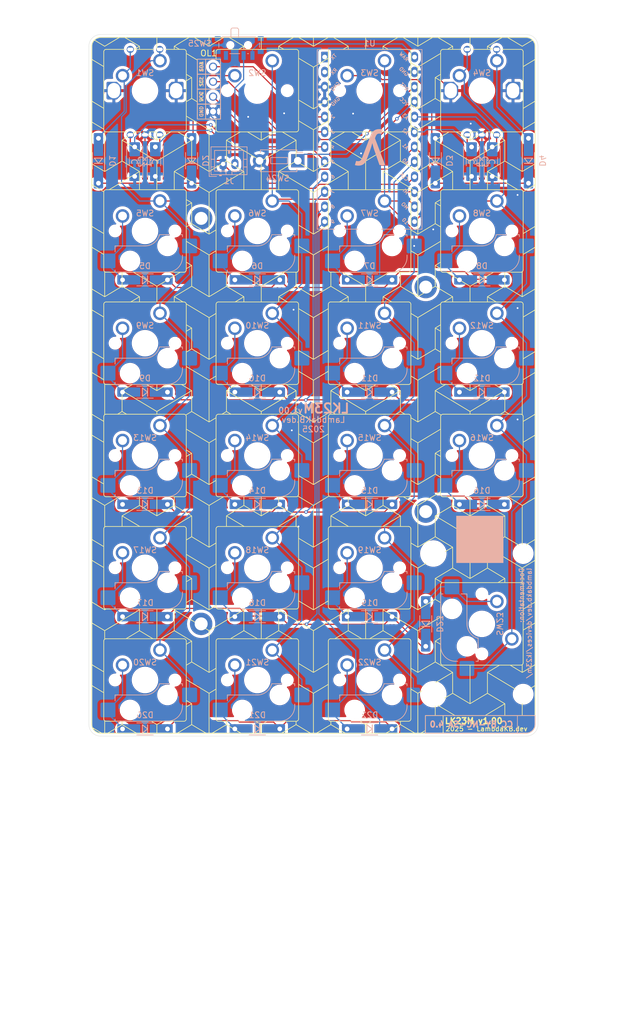
<source format=kicad_pcb>
(kicad_pcb (version 20240108) (generator "pcbnew") (generator_version "8.0")
  (title_block (title "LK23M") (date "2025-01-15") (rev "v1.00") (company "LambdaKB.dev") (comment 1 "https://lambdakb.dev/devices/lk23m/"))
  (layers (0 "F.Cu" signal) (31 "B.Cu" signal) (34 "B.Paste" user) (35 "F.Paste" user) (36 "B.SilkS" user "B.Silkscreen") (37 "F.SilkS" user "F.Silkscreen") (38 "B.Mask" user) (39 "F.Mask" user) (44 "Edge.Cuts" user))
  (net 0 "")
  (net 1 "GND")
  (net 2 "row0")
  (net 3 "Net-(D2-A)")
  (net 4 "Net-(D3-A)")
  (net 5 "Net-(D5-A)")
  (net 6 "row1")
  (net 7 "Net-(D6-A)")
  (net 8 "Net-(D7-A)")
  (net 9 "Net-(D8-A)")
  (net 10 "Net-(D9-A)")
  (net 11 "row2")
  (net 12 "Net-(D10-A)")
  (net 13 "Net-(D11-A)")
  (net 14 "Net-(D12-A)")
  (net 15 "Net-(D13-A)")
  (net 16 "row3")
  (net 17 "Net-(D14-A)")
  (net 18 "Net-(D15-A)")
  (net 19 "Net-(D16-A)")
  (net 20 "row4")
  (net 21 "Net-(D17-A)")
  (net 22 "Net-(D18-A)")
  (net 23 "Net-(D19-A)")
  (net 24 "Net-(D20-A)")
  (net 25 "row5")
  (net 26 "Net-(D21-A)")
  (net 27 "Net-(D22-A)")
  (net 28 "Net-(D23-A)")
  (net 29 "Net-(J1-Pin_2)")
  (net 30 "VCC")
  (net 31 "SCL")
  (net 32 "SDA")
  (net 33 "col1")
  (net 34 "col2")
  (net 35 "RST")
  (net 36 "RAW")
  (net 37 "E2B")
  (net 38 "E2A")
  (net 39 "E1B")
  (net 40 "E1A")
  (net 41 "E1S1")
  (net 42 "E2S1")
  (net 43 "E1S2")
  (net 44 "E2S2")
  (footprint "LKBD_KeySwitch:SW_MX_EC11_THT_sqSilk" (layer "F.Cu") (at 38.1 38.1)
    (property "Reference" "SW1")
    (property "Value" "RotaryEncoder_Switch_MP")
  )
  (footprint "LKBD_KeySwitch:SW_MX_HotSwap_THT_sqSilk" (layer "F.Cu") (at 57.15 80.9625)
    (property "Reference" "SW10")
    (property "Value" "SW_Push")
  )
  (footprint "LKBD_KeySwitch:SW_MX_THT_sqSilk" (layer "F.Cu") (at 76.2 38.1)
    (property "Reference" "SW3")
    (property "Value" "SW_Push")
  )
  (footprint "LKBD_KeySwitch:SW_MX_HotSwap_THT_sqSilk" (layer "F.Cu") (at 57.15 119.0625)
    (property "Reference" "SW18")
    (property "Value" "SW_Push")
  )
  (footprint "LKBD_KeySwitch:SW_MX_HotSwap_THT_sqSilk" (layer "F.Cu") (at 95.25 80.9625)
    (property "Reference" "SW12")
    (property "Value" "SW_Push")
  )
  (footprint "LKBD_KeySwitch:SW_MX_EC11_THT_sqSilk" (layer "F.Cu") (at 95.25 38.1)
    (property "Reference" "SW4")
    (property "Value" "RotaryEncoder_Switch_MP")
  )
  (footprint "LKBD_KeySwitch:SW_MX_HotSwap_THT_sqSilk" (layer "F.Cu") (at 57.15 100.0125)
    (property "Reference" "SW14")
    (property "Value" "SW_Push")
  )
  (footprint "LKBD_KeySwitch:SW_MX_HotSwap_THT_sqSilk" (layer "F.Cu") (at 76.2 80.9625)
    (property "Reference" "SW11")
    (property "Value" "SW_Push")
  )
  (footprint "LKBD_KeySwitch:SW_MX_HotSwap_THT_sqSilk" (layer "F.Cu") (at 38.1 80.9625)
    (property "Reference" "SW9")
    (property "Value" "SW_Push")
  )
  (footprint "MountingHole:MountingHole_2.2mm_M2_ISO14580_Pad" (layer "F.Cu") (at 85.725 109.5375)
    (property "Reference" "H4" (hide yes))
    (property "Value" "MountingHole")
  )
  (footprint "LKBD_KeySwitch:SW_MX_2U_HotSwap_THT_sqSilk" (layer "F.Cu") (at 95.25 128.5875 -90)
    (property "Reference" "SW23")
    (property "Value" "SW_Push")
  )
  (footprint "LKBD_KeySwitch:SW_MX_HotSwap_THT_sqSilk" (layer "F.Cu") (at 76.2 138.1125)
    (property "Reference" "SW22")
    (property "Value" "SW_Push")
  )
  (footprint "LKBD_KeySwitch:SW_MX_THT_sqSilk" (layer "F.Cu") (at 57.15 38.1)
    (property "Reference" "SW2")
    (property "Value" "SW_Push")
  )
  (footprint "LKBD_KeySwitch:SW_MX_HotSwap_THT_sqSilk" (layer "F.Cu") (at 57.15 61.9125)
    (property "Reference" "SW6")
    (property "Value" "SW_Push")
  )
  (footprint "MountingHole:MountingHole_2.2mm_M2_ISO14580_Pad" (layer "F.Cu") (at 85.725 71.4375)
    (property "Reference" "H2" (hide yes))
    (property "Value" "MountingHole")
  )
  (footprint "MountingHole:MountingHole_2.2mm_M2_ISO14580_Pad" (layer "F.Cu") (at 47.625 128.5875)
    (property "Reference" "H3" (hide yes))
    (property "Value" "MountingHole")
  )
  (footprint "LKBD_KeySwitch:SW_MX_HotSwap_THT_sqSilk" (layer "F.Cu") (at 38.1 138.1125)
    (property "Reference" "SW20")
    (property "Value" "SW_Push")
  )
  (footprint "LKBD_KeySwitch:SW_MX_HotSwap_THT_sqSilk" (layer "F.Cu") (at 95.25 100.0125)
    (property "Reference" "SW16")
    (property "Value" "SW_Push")
  )
  (footprint "LKBD_KeySwitch:SW_MX_HotSwap_THT_sqSilk" (layer "F.Cu") (at 76.2 100.0125)
    (property "Reference" "SW15")
    (property "Value" "SW_Push")
  )
  (footprint "LKBD_KeySwitch:SW_MX_HotSwap_THT_sqSilk" (layer "F.Cu") (at 76.2 61.9125)
    (property "Reference" "SW7")
    (property "Value" "SW_Push")
  )
  (footprint "LKBD_KeySwitch:SW_MX_HotSwap_THT_sqSilk" (layer "F.Cu") (at 38.1 100.0125)
    (property "Reference" "SW13")
    (property "Value" "SW_Push")
  )
  (footprint "LKBD_KeySwitch:SW_MX_HotSwap_THT_sqSilk" (layer "F.Cu") (at 38.1 61.9125)
    (property "Reference" "SW5")
    (property "Value" "SW_Push")
  )
  (footprint "LKBD_KeySwitch:SW_MX_HotSwap_THT_sqSilk" (layer "F.Cu") (at 95.25 61.9125)
    (property "Reference" "SW8")
    (property "Value" "SW_Push")
  )
  (footprint "LKBD_KeySwitch:SW_MX_HotSwap_THT_sqSilk" (layer "F.Cu") (at 57.15 138.1125)
    (property "Reference" "SW21")
    (property "Value" "SW_Push")
  )
  (footprint "LKBD_OLED:OLED_SSD1306_128x32_0.91inch_I2C_btmSilk" (layer "F.Cu") (at 66.675 38.1)
    (property "Reference" "OL1")
    (property "Value" "OLED_I2C_SSD1306")
  )
  (footprint "MountingHole:MountingHole_2.2mm_M2_ISO14580_Pad" (layer "F.Cu") (at 47.625 59.775)
    (property "Reference" "H1" (hide yes))
    (property "Value" "MountingHole")
  )
  (footprint "LKBD_KeySwitch:SW_MX_HotSwap_THT_sqSilk" (layer "F.Cu") (at 38.1 119.0625)
    (property "Reference" "SW17")
    (property "Value" "SW_Push")
  )
  (footprint "LKBD_KeySwitch:SW_MX_HotSwap_THT_sqSilk" (layer "F.Cu") (at 76.2 119.0625)
    (property "Reference" "SW19")
    (property "Value" "SW_Push")
  )
  (footprint "LKBD_Common:Diode_SMD+THT_SOD123_DO35_P7.62mm" (layer "B.Cu") (at 57.15 70.212499 180)
    (property "Reference" "D6")
    (property "Value" "1N4148")
  )
  (footprint "LKBD_Common:Diode_SMD+THT_SOD123_DO35_P7.62mm" (layer "B.Cu") (at 95.25 70.212499 180)
    (property "Reference" "D8")
    (property "Value" "1N4148")
  )
  (footprint "LKBD_Common:Diode_SMD+THT_SOD123_DO35_P7.62mm" (layer "B.Cu") (at 95.25 108.312499 180)
    (property "Reference" "D16")
    (property "Value" "1N4148")
  )
  (footprint "LKBD_Common:Diode_SMD+THT_SOD123_DO35_P7.62mm" (layer "B.Cu") (at 76.2 108.312499 180)
    (property "Reference" "D15")
    (property "Value" "1N4148")
  )
  (footprint "LKBD_MCU:MCU_KB2040_DIP-24_Socket_Reverse" (layer "B.Cu") (at 76.2 32.4 180)
    (property "Reference" "U1")
    (property "Value" "ProMicro_RP2040")
  )
  (footprint "LKBD_Common:Diode_SMD+THT_SOD123_DO35_P7.62mm" (layer "B.Cu") (at 85.725 128.5875 90)
    (property "Reference" "D23")
    (property "Value" "1N4148")
  )
  (footprint "LKBD_Common:Diode_SMD+THT_SOD123_DO35_P7.62mm" (layer "B.Cu") (at 87.35 50 90)
    (property "Reference" "D3")
    (property "Value" "1N4148")
  )
  (footprint "LKBD_Common:Diode_SMD+THT_SOD123_DO35_P7.62mm" (layer "B.Cu") (at 76.2 70.212499 180)
    (property "Reference" "D7")
    (property "Value" "1N4148")
  )
  (footprint "LKBD_Common:Diode_SMD+THT_SOD123_DO35_P7.62mm" (layer "B.Cu") (at 76.2 89.262499 180)
    (property "Reference" "D11")
    (property "Value" "1N4148")
  )
  (footprint "Button_Switch_SMD:SW_SPDT_PCM12" (layer "B.Cu") (at 54.075 30.705)
    (property "Reference" "SW25")
    (property "Value" "SW_SPST")
  )
  (footprint "LKBD_Common:Capacitor_SMD+THT_1206_5.0x2.5mm_P5.00mm" (layer "B.Cu") (at 39.85 50.15 -90)
    (property "Reference" "C2")
    (property "Value" "100nF")
  )
  (footprint "LKBD_Common:Capacitor_SMD+THT_1206_5.0x2.5mm_P5.00mm" (layer "B.Cu") (at 93.5 50.15 90)
    (property "Reference" "C3")
    (property "Value" "100nF")
  )
  (footprint "LKBD_Common:Diode_SMD+THT_SOD123_DO35_P7.62mm" (layer "B.Cu") (at 38.1 146.412499 180)
    (property "Reference" "D20")
    (property "Value" "1N4148")
  )
  (footprint "LKBD_Common:Capacitor_SMD+THT_1206_5.0x2.5mm_P5.00mm" (layer "B.Cu") (at 36.35 50.15 90)
    (property "Reference" "C1")
    (property "Value" "100nF")
  )
  (footprint "LKBD_Common:Diode_SMD+THT_SOD123_DO35_P7.62mm" (layer "B.Cu") (at 57.15 127.362499 180)
    (property "Reference" "D18")
    (property "Value" "1N4148")
  )
  (footprint "LKBD_Common:Diode_SMD+THT_SOD123_DO35_P7.62mm" (layer "B.Cu") (at 38.1 108.312499 180)
    (property "Reference" "D13")
    (property "Value" "1N4148")
  )
  (footprint "LKBD_Common:Diode_SMD+THT_SOD123_DO35_P7.62mm" (layer "B.Cu") (at 38.1 89.262499 180)
    (property "Reference" "D9")
    (property "Value" "1N4148")
  )
  (footprint "LKBD_Common:Diode_SMD+THT_SOD123_DO35_P7.62mm" (layer "B.Cu") (at 30.2 50 90)
    (property "Reference" "D1")
    (property "Value" "1N4148")
  )
  (footprint "LKBD_Common:Diode_SMD+THT_SOD123_DO35_P7.62mm" (layer "B.Cu") (at 46 50 90)
    (property "Reference" "D2")
    (property "Value" "1N4148")
  )
  (footprint "Connector_JST:JST_PH_B2B-PH-K_1x02_P2.00mm_Vertical" (layer "B.Cu") (at 51.35 50.55)
    (property "Reference" "J1")
    (property "Value" "Conn_01x02")
  )
  (footprint "LKBD_Common:Diode_SMD+THT_SOD123_DO35_P7.62mm" (layer "B.Cu") (at 38.1 127.362499 180)
    (property "Reference" "D17")
    (property "Value" "1N4148")
  )
  (footprint "LKBD_Common:Diode_SMD+THT_SOD123_DO35_P7.62mm" (layer "B.Cu") (at 57.15 146.412499 180)
    (property "Reference" "D21")
    (property "Value" "1N4148")
  )
  (footprint "LKBD_Common:Diode_SMD+THT_SOD123_DO35_P7.62mm" (layer "B.Cu") (at 57.15 108.312499 180)
    (property "Reference" "D14")
    (property "Value" "1N4148")
  )
  (footprint "Button_Switch_THT:SW_PUSH_1P1T_6x3.5mm_H4.3_APEM_MJTP1243" (layer "B.Cu") (at 64.02 50 180)
    (property "Reference" "SW24")
    (property "Value" "SW_Push")
  )
  (footprint "LKBD_Common:Diode_SMD+THT_SOD123_DO35_P7.62mm" (layer "B.Cu") (at 76.2 127.362499 180)
    (property "Reference" "D19")
    (property "Value" "1N4148")
  )
  (footprint "LKBD_Common:Diode_SMD+THT_SOD123_DO35_P7.62mm" (layer "B.Cu") (at 76.2 146.412499 180)
    (property "Reference" "D22")
    (property "Value" "1N4148")
  )
  (footprint "LKBD_Common:Diode_SMD+THT_SOD123_DO35_P7.62mm" (layer "B.Cu") (at 38.1 70.212499 180)
    (property "Reference" "D5")
    (property "Value" "1N4148")
  )
  (footprint "LKBD_Common:Capacitor_SMD+THT_1206_5.0x2.5mm_P5.00mm" (layer "B.Cu") (at 97 50.15 -90)
    (property "Reference" "C4")
    (property "Value" "100nF")
  )
  (footprint "LKBD_Common:Diode_SMD+THT_SOD123_DO35_P7.62mm" (layer "B.Cu") (at 103.15 50 90)
    (property "Reference" "D4")
    (property "Value" "1N4148")
  )
  (footprint "LKBD_Common:Diode_SMD+THT_SOD123_DO35_P7.62mm" (layer "B.Cu") (at 57.15 89.262499 180)
    (property "Reference" "D10")
    (property "Value" "1N4148")
  )
  (footprint "LKBD_Common:Diode_SMD+THT_SOD123_DO35_P7.62mm" (layer "B.Cu") (at 95.25 89.262499 180)
    (property "Reference" "D12")
    (property "Value" "1N4148")
  )
  (gr_line (start 85.675 144.1375) (end 104.275 144.1375) (stroke (width 0.12)) (layer "B.SilkS"))
  (gr_poly (pts (xy 77.7452 44.632405) (xy 77.68355 44.635426) (xy 77.623095 44.640462) (xy 77.563836 44.647511) (xy 77.505773 44.656575) (xy 77.448906 44.667652) (xy 77.393234 44.680744) (xy 77.338759 44.69585) (xy 77.285479 44.71297) (xy 77.233395 44.732104) (xy 77.182507 44.753252) (xy 77.132815 44.776414) (xy 77.084318 44.801591) (xy 77.037018 44.828781) (xy 76.990913 44.857986) (xy 76.946004 44.889205) (xy 76.901741 44.922674) (xy 76.858579 44.958629) (xy 76.816518 44.99707) (xy 76.775559 45.037998) (xy 76.735702 45.081412) (xy 76.696946 45.127311) (xy 76.659291 45.175697) (xy 76.622738 45.22657) (xy 76.587286 45.279928) (xy 76.552936 45.335773) (xy 76.519688 45.394103) (xy 76.487541 45.45492) (xy 76.456495 45.518223) (xy 76.426551 45.584012) (xy 76.397708 45.652288) (xy 76.369967 45.723049) (xy 74.94397 49.46528) (xy 74.923106 49.518371) (xy 74.9018 49.568882) (xy 74.880054 49.616811) (xy 74.857868 49.66216) (xy 74.83524 49.704929) (xy 74.812172 49.745117) (xy 74.788664 49.782724) (xy 74.764715 49.817751) (xy 74.740325 49.850197) (xy 74.715494 49.880063) (xy 74.690223 49.907348) (xy 74.664512 49.932052) (xy 74.638359 49.954176) (xy 74.611766 49.973719) (xy 74.584733 49.990682) (xy 74.557259 50.005064) (xy 74.529171 50.017479) (xy 74.500297 50.028541) (xy 74.470636 50.03825) (xy 74.440188 50.046605) (xy 74.408953 50.053607) (xy 74.376932 50.059256) (xy 74.344124 50.063552) (xy 74.310529 50.066495) (xy 74.276147 50.068084) (xy 74.240979 50.06832) (xy 74.205023 50.067203) (xy 74.168281 50.064732) (xy 74.130752 50.060908) (xy 74.092437 50.055732) (xy 74.053334 50.049201) (xy 74.013445 50.041318) (xy 73.91677 50.017149) (xy 73.699244 50.730147) (xy 73.722659 50.739147) (xy 73.74859 50.748022) (xy 73.77704 50.756771) (xy 73.808007 50.765393) (xy 73.841491 50.77389) (xy 73.877494 50.782262) (xy 73.916014 50.790507) (xy 73.957051 50.798626) (xy 73.999789 50.806179) (xy 74.043407 50.812725) (xy 74.087907 50.818264) (xy 74.133287 50.822796) (xy 74.179549 50.826321) (xy 74.226691 50.828838) (xy 74.274715 50.830349) (xy 74.323621 50.830852) (xy 74.384516 50.829845) (xy 74.444342 50.826824) (xy 74.503097 50.821789) (xy 74.560782 50.814739) (xy 74.617398 50.805676) (xy 74.672943 50.794598) (xy 74.727419 50.781507) (xy 74.780824 50.766401) (xy 74.833159 50.749281) (xy 74.884425 50.730147) (xy 74.93462 50.708998) (xy 74.983746 50.685836) (xy 75.031801 50.660659) (xy 75.078787 50.633469) (xy 75.124702 50.604264) (xy 75.169548 50.573045) (xy 75.212805 50.53956) (xy 75.25496 50.503558) (xy 75.296013 50.465038) (xy 75.335966 50.424001) (xy 75.374816 50.380445) (xy 75.412565 50.334372) (xy 75.449213 50.285782) (xy 75.484759 50.234674) (xy 75.519203 50.181048) (xy 75.552546 50.124904) (xy 75.584788 50.066243) (xy 75.615928 50.005064) (xy 75.645966 49.941368) (xy 75.674903 49.875154) (xy 75.702739 49.806422) (xy 75.729473 49.735173) (xy 76.305515 48.172217) (xy 76.358386 48.021913) (xy 76.408236 47.87312) (xy 76.455064 47.725838) (xy 76.49887 47.580066) (xy 76.540663 47.43505) (xy 76.581449 47.290033) (xy 76.621228 47.145017) (xy 76.66 47) (xy 76.733514 47.29104) (xy 76.809044 47.584094) (xy 76.827674 47.656729) (xy 76.847311 47.729615) (xy 76.867956 47.802752) (xy 76.889607 47.876142) (xy 76.912266 47.949783) (xy 76.935932 48.023676) (xy 76.960605 48.097821) (xy 76.986286 48.172217) (xy 77.876526 50.730147) (xy 78.835247 50.730147) (xy 77.11519 46.194353) (xy 77.191728 45.980857) (xy 77.211114 45.927797) (xy 77.231003 45.877381) (xy 77.251396 45.829609) (xy 77.272293 45.78448) (xy 77.293693 45.741995) (xy 77.315596 45.702153) (xy 77.338003 45.664955) (xy 77.360914 45.6304) (xy 77.384328 45.598489) (xy 77.408246 45.569221) (xy 77.432667 45.542597) (xy 77.457592 45.518617) (xy 77.48302 45.49728) (xy 77.508951 45.478586) (xy 77.535387 45.462536) (xy 77.562325 45.44913) (xy 77.590035 45.437737) (xy 77.618784 45.42773) (xy 77.648571 45.419107) (xy 77.679396 45.411869) (xy 77.71126 45.406015) (xy 77.744163 45.401546) (xy 77.778104 45.398462) (xy 77.813083 45.396763) (xy 77.849101 45.396448) (xy 77.886158 45.397518) (xy 77.924253 45.399973) (xy 77.963387 45.403812) (xy 78.003559 45.409036) (xy 78.044769 45.415645) (xy 78.087018 45.423639) (xy 78.130306 45.433017) (xy 78.218928 45.44913) (xy 78.436453 44.728076) (xy 78.425045 44.723088) (xy 78.412976 44.718194) (xy 78.400246 44.713395) (xy 78.386855 44.70869) (xy 78.358091 44.699563) (xy 78.326683 44.690814) (xy 78.292632 44.682443) (xy 78.255937 44.67445) (xy 78.216599 44.666834) (xy 78.174618 44.659596) (xy 78.130118 44.652987) (xy 78.085241 44.647259) (xy 78.039986 44.642413) (xy 77.994353 44.638447) (xy 77.948343 44.635363) (xy 77.901955 44.63316) (xy 77.85519 44.631839) (xy 77.808047 44.631398)) (stroke (width -0.000001)) (fill solid) (layer "B.SilkS"))
  (gr_line (start 85.675 144.1375) (end 85.675 147.137382) (stroke (width 0.12)) (layer "B.SilkS"))
  (gr_line (start 85.675 147.137382) (end 102.775 147.1375) (stroke (width 0.12)) (layer "B.SilkS"))
  (gr_line (start 101.275 144.1375) (end 101.275 147.1375) (stroke (width 0.12)) (layer "B.SilkS"))
  (gr_arc (start 104.275 145.6375) (mid 103.83566 146.69816) (end 102.775 147.1375) (stroke (width 0.12)) (layer "B.SilkS"))
  (gr_line (start 104.275 144.1375) (end 104.275 145.6375) (stroke (width 0.12)) (layer "B.SilkS"))
  (gr_rect (start 90.9 110.25) (end 98.9 118.25) (fill solid) (layer "B.SilkS"))
  (gr_poly (pts (xy 31.099683 118.94807) (xy 31.099683 119.088626) (xy 29.075 117.874232) (xy 29.075 117.734187)) (stroke (width -0.000001)) (fill solid) (layer "F.SilkS"))
  (gr_poly (pts (xy 48.967326 119.043666) (xy 50.149682 118.334148) (xy 50.149682 118.473682) (xy 49.026237 119.14754) (xy 49.026237 126.090785) (xy 50.149682 125.416927) (xy 50.149682 125.556964) (xy 48.965776 126.266483) (xy 46.014535 124.497081) (xy 45.099862 125.045367) (xy 45.099862 124.905322) (xy 45.955623 124.391666) (xy 45.955623 120.991351) (xy 45.099862 121.504497) (xy 45.099862 121.36497) (xy 45.899297 120.885936) (xy 45.899297 120.883868) (xy 45.099862 120.404826) (xy 45.099862 120.265819) (xy 46.03779 120.829089) (xy 46.045539 120.832706) (xy 46.074996 120.850276) (xy 46.074996 120.875591) (xy 46.075031 120.876366) (xy 46.075056 120.877141) (xy 46.075071 120.877917) (xy 46.075076 120.878692) (xy 46.075071 120.879467) (xy 46.075056 120.880243) (xy 46.075031 120.881018) (xy 46.074996 120.881793) (xy 46.074998 120.882052) (xy 46.074999 120.882312) (xy 46.074998 120.882572) (xy 46.074996 120.882831) (xy 46.075007 120.883477) (xy 46.07501 120.884124) (xy 46.075007 120.884771) (xy 46.074996 120.885417) (xy 46.074996 124.391666) (xy 48.906863 126.092853) (xy 48.906863 119.14754) (xy 45.099862 116.863956) (xy 45.099862 116.722881)) (stroke (width -0.000001)) (fill solid) (layer "F.SilkS"))
  (gr_poly (pts (xy 48.967843 65.918746) (xy 50.149682 65.209228) (xy 50.149682 65.34772) (xy 49.026237 66.022098) (xy 49.026237 72.963794) (xy 51.858106 71.266223) (xy 51.858106 68.91236) (xy 51.977477 68.91236) (xy 51.977477 71.266223) (xy 54.90133 73.020122) (xy 54.902881 73.022189) (xy 54.903965 73.022823) (xy 54.905036 73.023479) (xy 54.906093 73.024158) (xy 54.907134 73.024858) (xy 54.908161 73.02558) (xy 54.909173 73.026324) (xy 54.910169 73.027088) (xy 54.911149 73.027873) (xy 54.92872 73.037692) (xy 54.92872 73.057326) (xy 54.928755 73.058102) (xy 54.92878 73.058877) (xy 54.928795 73.059653) (xy 54.9288 73.060428) (xy 54.928795 73.061203) (xy 54.92878 73.061978) (xy 54.928755 73.062754) (xy 54.92872 73.063529) (xy 54.928775 73.064498) (xy 54.928814 73.065467) (xy 54.928838 73.066436) (xy 54.928846 73.067405) (xy 54.928838 73.068374) (xy 54.928814 73.069343) (xy 54.928775 73.070312) (xy 54.92872 73.071281) (xy 54.928808 73.072507) (xy 54.928871 73.073734) (xy 54.928909 73.074962) (xy 54.928921 73.07619) (xy 54.928909 73.077418) (xy 54.928871 73.078646) (xy 54.928808 73.079873) (xy 54.92872 73.0811) (xy 54.928749 73.08181) (xy 54.92877 73.08252) (xy 54.928783 73.083231) (xy 54.928787 73.083942) (xy 54.928783 73.084653) (xy 54.92877 73.085363) (xy 54.928749 73.086074) (xy 54.92872 73.086784) (xy 54.92872 73.962184) (xy 54.809346 73.962184) (xy 54.809346 73.178767) (xy 53.502965 73.962184) (xy 53.268873 73.962184) (xy 54.753019 73.071281) (xy 51.919084 71.370094) (xy 51.917016 71.370094) (xy 48.965776 73.141563) (xy 46.016603 71.370094) (xy 46.014535 71.370094) (xy 43.180599 73.071281) (xy 44.665263 73.962184) (xy 44.430135 73.962184) (xy 43.123755 73.178767) (xy 43.123755 73.962184) (xy 43.002832 73.962184) (xy 43.002832 73.038207) (xy 43.020402 73.028388) (xy 43.032288 73.020637) (xy 45.955623 71.266738) (xy 45.955623 67.864364) (xy 45.099862 68.378028) (xy 45.099862 68.238502) (xy 45.899297 67.758945) (xy 45.099862 67.279903) (xy 45.099862 67.140376) (xy 46.03779 67.703651) (xy 46.045539 67.70779) (xy 46.046065 67.708296) (xy 46.046586 67.708808) (xy 46.0471 67.709326) (xy 46.047607 67.709849) (xy 46.048891 67.710457) (xy 46.05016 67.711094) (xy 46.051414 67.711762) (xy 46.052651 67.712458) (xy 46.053871 67.713184) (xy 46.055074 67.713939) (xy 46.056259 67.714722) (xy 46.057426 67.715533) (xy 46.074996 67.725352) (xy 46.074996 67.760494) (xy 46.075051 67.761462) (xy 46.075091 67.762431) (xy 46.075114 67.7634) (xy 46.075122 67.764369) (xy 46.075114 67.765338) (xy 46.075091 67.766307) (xy 46.075051 67.767276) (xy 46.074996 67.768245) (xy 46.074996 71.266223) (xy 48.906863 72.965861) (xy 48.906863 66.022098) (xy 45.099862 63.737483) (xy 45.099862 63.597957)) (stroke (width -0.000001)) (fill solid) (layer "F.SilkS"))
  (gr_poly (pts (xy 104.274547 128.498904) (xy 102.249866 129.712779) (xy 102.249866 129.572742) (xy 104.274547 128.357829)) (stroke (width -0.000001)) (fill solid) (layer "F.SilkS"))
  (gr_poly (pts (xy 57.82105 145.606387) (xy 58.644771 145.112361) (xy 58.877315 145.112361) (xy 57.881511 145.709743) (xy 57.881511 147.136531) (xy 57.760589 147.136531) (xy 57.760589 145.709743) (xy 56.764783 145.112361) (xy 56.997327 145.112361)) (stroke (width -0.000001)) (fill solid) (layer "F.SilkS"))
  (gr_poly (pts (xy 40.112052 71.229533) (xy 43.975899 68.91236) (xy 44.209477 68.91236) (xy 40.172514 71.334953) (xy 40.172514 73.962184) (xy 40.051591 73.962184) (xy 40.051591 71.334953) (xy 36.016178 68.91236) (xy 36.249756 68.91236)) (stroke (width -0.000001)) (fill solid) (layer "F.SilkS"))
  (gr_poly (pts (xy 66.61431 30.463546) (xy 66.61431 29.075) (xy 66.735233 29.075) (xy 66.735233 30.463546) (xy 69.049304 29.075) (xy 69.284431 29.075) (xy 66.674773 30.641313) (xy 64.062011 29.075) (xy 64.29869 29.075)) (stroke (width -0.000001)) (fill solid) (layer "F.SilkS"))
  (gr_poly (pts (xy 104.274547 96.623851) (xy 102.249866 97.837726) (xy 102.249866 97.697688) (xy 104.274547 96.482768)) (stroke (width -0.000001)) (fill solid) (layer "F.SilkS"))
  (gr_poly (pts (xy 48.967843 76.543937) (xy 50.149682 75.834418) (xy 50.149682 75.97343) (xy 49.026237 76.647288) (xy 49.026237 83.588985) (xy 50.149682 82.915641) (xy 50.149682 83.055682) (xy 48.965776 83.766235) (xy 46.016603 81.994765) (xy 46.014535 81.994765) (xy 45.099862 82.54409) (xy 45.099862 82.405078) (xy 45.955623 81.891414) (xy 45.955623 78.491103) (xy 45.099862 79.004253) (xy 45.099862 78.863174) (xy 45.899297 78.383617) (xy 45.099862 77.904578) (xy 45.099862 77.765567) (xy 46.03779 78.328841) (xy 46.045539 78.332458) (xy 46.046065 78.332965) (xy 46.046586 78.333479) (xy 46.0471 78.333999) (xy 46.047607 78.334525) (xy 46.048898 78.335195) (xy 46.050172 78.335895) (xy 46.051428 78.336626) (xy 46.052666 78.337388) (xy 46.053886 78.338179) (xy 46.055086 78.339) (xy 46.056266 78.33985) (xy 46.057426 78.340728) (xy 46.074996 78.350543) (xy 46.074996 78.385684) (xy 46.075051 78.386653) (xy 46.075091 78.387622) (xy 46.075114 78.388591) (xy 46.075122 78.38956) (xy 46.075114 78.390529) (xy 46.075091 78.391498) (xy 46.075051 78.392467) (xy 46.074996 78.393436) (xy 46.074996 81.891414) (xy 48.906863 83.590533) (xy 48.906863 76.647288) (xy 45.099862 74.364227) (xy 45.099862 74.362159) (xy 45.099738 74.355423) (xy 45.09937 74.348791) (xy 45.098769 74.342257) (xy 45.097945 74.335818) (xy 45.095664 74.323207) (xy 45.092605 74.310926) (xy 45.088846 74.29894) (xy 45.084463 74.287218) (xy 45.079535 74.275725) (xy 45.074137 74.264428) (xy 45.068349 74.253295) (xy 45.062247 74.242293) (xy 45.049412 74.220546) (xy 45.03625 74.198922) (xy 45.023381 74.177158)) (stroke (width -0.000001)) (fill solid) (layer "F.SilkS"))
  (gr_arc (start 30.575 147.1375) (mid 29.51434 146.69816) (end 29.075 145.6375) (stroke (width 0.12)) (layer "F.SilkS"))
  (gr_poly (pts (xy 34.270549 145.643077) (xy 36.759802 147.136531) (xy 36.524158 147.136531) (xy 34.20957 145.746951) (xy 31.892399 147.136531) (xy 31.660889 147.136531) (xy 34.149109 145.643604) (xy 34.149109 145.112361) (xy 34.270549 145.112361)) (stroke (width -0.000001)) (fill solid) (layer "F.SilkS"))
  (gr_poly (pts (xy 31.099683 76.448337) (xy 31.099683 76.588378) (xy 29.075 75.373985) (xy 29.075 75.233424)) (stroke (width -0.000001)) (fill solid) (layer "F.SilkS"))
  (gr_poly (pts (xy 31.099683 115.40668) (xy 31.099683 115.545688) (xy 29.075 114.331813) (xy 29.075 114.191768)) (stroke (width -0.000001)) (fill solid) (layer "F.SilkS"))
  (gr_poly (pts (xy 60.887529 30.571033) (xy 61.769126 31.099683) (xy 61.53762 31.099683) (xy 60.832751 30.676453) (xy 60.832751 31.099683) (xy 60.711829 31.099683) (xy 60.711829 30.53796) (xy 60.7294 30.528141) (xy 60.740768 30.52039) (xy 60.770223 30.50282) (xy 63.148891 29.075) (xy 63.384532 29.075)) (stroke (width -0.000001)) (fill solid) (layer "F.SilkS"))
  (gr_poly (pts (xy 96.821254 147.137042) (xy 96.58974 147.137042) (xy 96.590778 147.136531) (xy 96.822284 147.136531)) (stroke (width -0.000001)) (fill solid) (layer "F.SilkS"))
  (gr_poly (pts (xy 63.783992 145.643604) (xy 66.273765 147.136531) (xy 66.041221 147.136531) (xy 63.723533 145.746951) (xy 61.408942 147.136531) (xy 61.172782 147.136531) (xy 63.66307 145.643604) (xy 63.66307 145.112361) (xy 63.749885 145.112361) (xy 63.751118 145.112325) (xy 63.752322 145.112218) (xy 63.753496 145.112046) (xy 63.754645 145.111814) (xy 63.755768 145.111524) (xy 63.756869 145.111182) (xy 63.757949 145.110792) (xy 63.759011 145.110359) (xy 63.761086 145.10938) (xy 63.76311 145.10828) (xy 63.765098 145.107095) (xy 63.767067 145.105859) (xy 63.771008 145.103379) (xy 63.773012 145.102205) (xy 63.775059 145.101122) (xy 63.777165 145.100165) (xy 63.778245 145.099745) (xy 63.779345 145.09937) (xy 63.780468 145.099044) (xy 63.781615 145.098772) (xy 63.78279 145.098558) (xy 63.783992 145.098407)) (stroke (width -0.000001)) (fill solid) (layer "F.SilkS"))
  (gr_poly (pts (xy 96.303455 30.571033) (xy 97.185054 31.099683) (xy 96.954059 31.099683) (xy 96.248676 30.676453) (xy 96.248676 31.099683) (xy 96.129825 31.099683) (xy 96.129825 30.53796) (xy 96.147395 30.528141) (xy 96.158763 30.52039) (xy 98.566882 29.075) (xy 98.799426 29.075)) (stroke (width -0.000001)) (fill solid) (layer "F.SilkS"))
  (gr_poly (pts (xy 72.637717 108.454135) (xy 75.469585 110.153255) (xy 75.469585 107.012363) (xy 75.588439 107.012363) (xy 75.588439 110.155322) (xy 78.420825 108.454135) (xy 78.420825 107.012363) (xy 78.53968 107.012363) (xy 78.53968 108.454135) (xy 81.455783 110.203899) (xy 81.463535 110.208034) (xy 81.492988 110.225604) (xy 81.492988 112.062183) (xy 81.372066 112.062183) (xy 81.372066 110.366161) (xy 78.543815 112.062183) (xy 78.310752 112.062183) (xy 81.315223 110.258678) (xy 78.481288 108.55955) (xy 75.530048 110.328952) (xy 72.576736 108.55955) (xy 69.742801 110.258678) (xy 72.748302 112.062183) (xy 72.514209 112.062183) (xy 69.686477 110.366161) (xy 69.686477 112.062183) (xy 69.599658 112.062183) (xy 69.598479 112.062218) (xy 69.597329 112.062321) (xy 69.596207 112.062487) (xy 69.595111 112.062713) (xy 69.594038 112.062993) (xy 69.592988 112.063324) (xy 69.591957 112.063701) (xy 69.590944 112.06412) (xy 69.588965 112.065067) (xy 69.587036 112.06613) (xy 69.58514 112.067275) (xy 69.583264 112.068468) (xy 69.579506 112.070861) (xy 69.577595 112.071991) (xy 69.575642 112.073033) (xy 69.573631 112.07395) (xy 69.5726 112.074352) (xy 69.571548 112.07471) (xy 69.570475 112.07502) (xy 69.569377 112.075277) (xy 69.568254 112.075478) (xy 69.567104 112.075618) (xy 69.567104 110.225604) (xy 69.596557 110.208034) (xy 72.518344 108.454135) (xy 72.518344 107.012363) (xy 72.637717 107.012363)) (stroke (width -0.000001)) (fill solid) (layer "F.SilkS"))
  (gr_poly (pts (xy 66.674773 76.541869) (xy 69.199683 75.027751) (xy 69.199683 75.169345) (xy 66.735233 76.647288) (xy 66.735233 83.588985) (xy 69.199683 82.111556) (xy 69.199683 82.250568) (xy 66.674773 83.766235) (xy 64.149863 82.252631) (xy 64.149863 82.111037) (xy 66.61431 83.58847) (xy 66.61431 76.647288) (xy 64.149863 75.168826) (xy 64.149863 75.027232)) (stroke (width -0.000001)) (fill solid) (layer "F.SilkS"))
  (gr_poly (pts (xy 31.099683 94.15475) (xy 31.099683 94.295825) (xy 29.075 93.080394) (xy 29.075 92.941386)) (stroke (width -0.000001)) (fill solid) (layer "F.SilkS"))
  (gr_poly (pts (xy 102.151157 93.172893) (xy 102.144974 93.165412) (xy 102.138601 93.158417) (xy 102.132042 93.151864) (xy 102.125301 93.145709) (xy 102.118382 93.139909) (xy 102.111289 93.134421) (xy 102.104028 93.1292) (xy 102.096602 93.124205) (xy 102.089015 93.11939) (xy 102.081273 93.114714) (xy 102.065338 93.1056) (xy 102.031787 93.087115) (xy 102.031787 87.887431) (xy 102.065338 87.868946) (xy 102.081273 87.859832) (xy 102.089015 87.855156) (xy 102.096602 87.850341) (xy 102.104028 87.845345) (xy 102.111289 87.840124) (xy 102.118382 87.834635) (xy 102.125301 87.828835) (xy 102.132042 87.822679) (xy 102.138601 87.816125) (xy 102.144974 87.809128) (xy 102.151157 87.801646)) (stroke (width -0.000001)) (fill solid) (layer "F.SilkS"))
  (gr_poly (pts (xy 31.204047 144.958133) (xy 31.210416 144.965168) (xy 31.21697 144.97176) (xy 31.223706 144.977951) (xy 31.23062 144.983787) (xy 31.237707 144.989309) (xy 31.244964 144.994562) (xy 31.252386 144.999589) (xy 31.25997 145.004434) (xy 31.267712 145.009141) (xy 31.28365 145.018311) (xy 31.31724 145.036906) (xy 31.31724 147.136531) (xy 31.197868 147.136531) (xy 31.197868 144.95061)) (stroke (width -0.000001)) (fill solid) (layer "F.SilkS"))
  (gr_line (start 88.675 147.137382) (end 102.775 147.1375) (stroke (width 0.1)) (layer "F.SilkS"))
  (gr_poly (pts (xy 31.099683 87.073009) (xy 31.099683 87.213569) (xy 29.075 85.999175) (xy 29.075 85.858096)) (stroke (width -0.000001)) (fill solid) (layer "F.SilkS"))
  (gr_line (start 30.575 29.075) (end 102.775 29.075) (stroke (width 0.12)) (layer "F.SilkS"))
  (gr_arc (start 102.775 29.075) (mid 103.83566 29.51434) (end 104.275 30.575) (stroke (width 0.12)) (layer "F.SilkS"))
  (gr_poly (pts (xy 75.588439 131.112178) (xy 75.469585 131.112178) (xy 75.469585 126.062366) (xy 75.588439 126.062366)) (stroke (width -0.000001)) (fill solid) (layer "F.SilkS"))
  (gr_poly (pts (xy 54.901332 30.52039) (xy 54.901728 30.5209) (xy 54.902119 30.521415) (xy 54.902503 30.521934) (xy 54.902881 30.522457) (xy 54.903965 30.523091) (xy 54.905036 30.523747) (xy 54.906093 30.524426) (xy 54.907134 30.525126) (xy 54.908161 30.525848) (xy 54.909173 30.526591) (xy 54.910169 30.527356) (xy 54.911149 30.528141) (xy 54.92872 30.53796) (xy 54.92872 30.557597) (xy 54.928722 30.557855) (xy 54.928723 30.558113) (xy 54.928722 30.558372) (xy 54.92872 30.55863) (xy 54.92873 30.559276) (xy 54.928734 30.559922) (xy 54.92873 30.560568) (xy 54.92872 30.561214) (xy 54.928808 30.56244) (xy 54.928871 30.563667) (xy 54.928909 30.564895) (xy 54.928921 30.566123) (xy 54.928909 30.567352) (xy 54.928871 30.56858) (xy 54.928808 30.569807) (xy 54.92872 30.571033) (xy 54.928775 30.572001) (xy 54.928814 30.57297) (xy 54.928838 30.573939) (xy 54.928846 30.574908) (xy 54.928838 30.575878) (xy 54.928814 30.576847) (xy 54.928775 30.577816) (xy 54.92872 30.578784) (xy 54.928755 30.579559) (xy 54.92878 30.580334) (xy 54.928795 30.581109) (xy 54.9288 30.581885) (xy 54.928795 30.58266) (xy 54.92878 30.583436) (xy 54.928755 30.584211) (xy 54.92872 30.584985) (xy 54.92872 31.099683) (xy 54.809346 31.099683) (xy 54.809346 30.676453) (xy 54.103963 31.099683) (xy 53.873487 31.099683) (xy 54.754569 30.571033) (xy 52.260665 29.075) (xy 52.49476 29.075)) (stroke (width -0.000001)) (fill solid) (layer "F.SilkS"))
  (gr_poly (pts (xy 69.568254 145.099073) (xy 69.569377 145.099273) (xy 69.570475 145.09953) (xy 69.571548 145.099839) (xy 69.5726 145.100196) (xy 69.573631 145.100598) (xy 69.575642 145.101514) (xy 69.577595 145.102555) (xy 69.579506 145.103685) (xy 69.583264 145.106076) (xy 69.58514 145.107269) (xy 69.587036 145.108414) (xy 69.588965 145.109477) (xy 69.590944 145.110424) (xy 69.591957 145.110843) (xy 69.592988 145.11122) (xy 69.594038 145.111551) (xy 69.595111 145.111831) (xy 69.596207 145.112057) (xy 69.597329 145.112223) (xy 69.598479 145.112326) (xy 69.599658 145.112361) (xy 69.686477 145.112361) (xy 69.686477 145.643077) (xy 72.176761 147.136531) (xy 71.944736 147.136531) (xy 69.626014 145.746951) (xy 67.308326 147.136531) (xy 67.075263 147.136531) (xy 69.567104 145.641528) (xy 69.567104 145.098933)) (stroke (width -0.000001)) (fill solid) (layer "F.SilkS"))
  (gr_poly (pts (xy 40.172514 131.112178) (xy 40.051591 131.112178) (xy 40.051591 126.062366) (xy 40.172514 126.062366)) (stroke (width -0.000001)) (fill solid) (layer "F.SilkS"))
  (gr_poly (pts (xy 51.977477 145.640491) (xy 54.471383 147.136531) (xy 54.233154 147.136531) (xy 51.918567 145.746951) (xy 49.599845 147.136531) (xy 49.366784 147.136531) (xy 51.858106 145.643604) (xy 51.858106 145.112361) (xy 51.977477 145.112361)) (stroke (width -0.000001)) (fill solid) (layer "F.SilkS"))
  (gr_poly (pts (xy 57.881511 131.112178) (xy 57.760589 131.112178) (xy 57.760589 126.062366) (xy 57.881511 126.062366)) (stroke (width -0.000001)) (fill solid) (layer "F.SilkS"))
  (gr_poly (pts (xy 54.92872 108.454135) (xy 57.760589 110.153255) (xy 57.760589 107.012363) (xy 57.881511 107.012363) (xy 57.881511 110.153255) (xy 60.711829 108.454135) (xy 60.711829 107.012363) (xy 60.832751 107.012363) (xy 60.832751 108.454135) (xy 63.746783 110.203899) (xy 63.754539 110.208034) (xy 63.783992 110.225604) (xy 63.783992 112.076137) (xy 63.78279 112.075985) (xy 63.781615 112.075771) (xy 63.780468 112.075499) (xy 63.779345 112.075174) (xy 63.778245 112.074799) (xy 63.777165 112.074379) (xy 63.775059 112.073422) (xy 63.773012 112.072339) (xy 63.771008 112.071165) (xy 63.767067 112.068685) (xy 63.765098 112.067449) (xy 63.76311 112.066264) (xy 63.761086 112.065164) (xy 63.759011 112.064185) (xy 63.757949 112.063752) (xy 63.756869 112.063362) (xy 63.755768 112.06302) (xy 63.754645 112.06273) (xy 63.753496 112.062497) (xy 63.752322 112.062325) (xy 63.751118 112.062219) (xy 63.749885 112.062183) (xy 63.66307 112.062183) (xy 63.66307 110.366161) (xy 60.835853 112.062183) (xy 60.599691 112.062183) (xy 63.606227 110.258678) (xy 60.77229 108.55955) (xy 57.82105 110.328952) (xy 54.869807 108.55955) (xy 52.033805 110.258678) (xy 52.033805 110.260745) (xy 55.039308 112.062183) (xy 54.805211 112.062183) (xy 51.977477 110.366161) (xy 51.977477 112.062183) (xy 51.858106 112.062183) (xy 51.858106 110.225604) (xy 51.887561 110.208034) (xy 54.809346 108.454135) (xy 54.809346 107.012363) (xy 54.92872 107.012363)) (stroke (width -0.000001)) (fill solid) (layer "F.SilkS"))
  (gr_poly (pts (xy 75.530048 71.231082) (xy 79.39286 68.91236) (xy 79.625404 68.91236) (xy 75.588439 71.334953) (xy 75.588439 73.962184) (xy 75.469585 73.962184) (xy 75.469585 71.334953) (xy 71.43262 68.91236) (xy 71.666198 68.91236)) (stroke (width -0.000001)) (fill solid) (layer "F.SilkS"))
  (gr_poly (pts (xy 66.674773 65.916679) (xy 69.199683 64.40256) (xy 69.199683 64.543121) (xy 66.735233 66.022098) (xy 66.735233 72.963794) (xy 69.567104 71.266223) (xy 69.567104 68.898925) (xy 69.568254 68.899065) (xy 69.569377 68.899266) (xy 69.570475 68.899524) (xy 69.571548 68.899834) (xy 69.5726 68.900192) (xy 69.573631 68.900594) (xy 69.575642 68.901512) (xy 69.577595 68.902553) (xy 69.579506 68.903684) (xy 69.583264 68.906076) (xy 69.58514 68.907269) (xy 69.587036 68.908414) (xy 69.588965 68.909477) (xy 69.590944 68.910424) (xy 69.591957 68.910843) (xy 69.592988 68.91122) (xy 69.594038 68.91155) (xy 69.595111 68.911831) (xy 69.596207 68.912056) (xy 69.597329 68.912222) (xy 69.598479 68.912325) (xy 69.599658 68.91236) (xy 69.686477 68.91236) (xy 69.686477 71.266223) (xy 72.600509 73.016505) (xy 72.60826 73.020122) (xy 72.608787 73.020629) (xy 72.609307 73.021143) (xy 72.609821 73.021663) (xy 72.610328 73.022189) (xy 72.611612 73.022797) (xy 72.612881 73.023434) (xy 72.614135 73.024101) (xy 72.615372 73.024798) (xy 72.616592 73.025524) (xy 72.617795 73.026279) (xy 72.61898 73.027062) (xy 72.620147 73.027873) (xy 72.637717 73.037692) (xy 72.637717 73.962184) (xy 72.518344 73.962184) (xy 72.518344 73.178767) (xy 71.211963 73.962184) (xy 70.975803 73.962184) (xy 72.461497 73.071281) (xy 69.626014 71.370094) (xy 66.674773 73.141563) (xy 63.723533 71.371642) (xy 60.889596 73.071281) (xy 62.374774 73.962184) (xy 62.138614 73.962184) (xy 60.832751 73.178767) (xy 60.832751 73.962184) (xy 60.711829 73.962184) (xy 60.711829 73.038207) (xy 60.7294 73.028388) (xy 60.740768 73.020637) (xy 63.66307 71.266738) (xy 63.66307 68.91236) (xy 63.749885 68.91236) (xy 63.751118 68.912324) (xy 63.752322 68.912218) (xy 63.753496 68.912046) (xy 63.754645 68.911813) (xy 63.755768 68.911523) (xy 63.756869 68.911181) (xy 63.757949 68.910791) (xy 63.759011 68.910358) (xy 63.761086 68.909378) (xy 63.76311 68.908278) (xy 63.765098 68.907093) (xy 63.767067 68.905857) (xy 63.771008 68.903377) (xy 63.773012 68.902203) (xy 63.775059 68.901121) (xy 63.777165 68.900165) (xy 63.778245 68.899745) (xy 63.779345 68.899371) (xy 63.780468 68.899046) (xy 63.781615 68.898774) (xy 63.78279 68.898561) (xy 63.783992 68.89841) (xy 63.783992 71.266223) (xy 66.61431 72.963794) (xy 66.61431 66.022098) (xy 64.149863 64.542602) (xy 64.149863 64.402042)) (stroke (width -0.000001)) (fill solid) (layer "F.SilkS"))
  (gr_poly (pts (xy 31.099683 33.948087) (xy 31.099683 34.088131) (xy 29.075 32.873218) (xy 29.075 32.733691)) (stroke (width -0.000001)) (fill solid) (layer "F.SilkS"))
  (gr_arc (start 29.075 30.575) (mid 29.51434 29.51434) (end 30.575 29.075) (stroke (width 0.12)) (layer "F.SilkS"))
  (gr_poly (pts (xy 31.099683 44.573279) (xy 31.099683 44.699886) (xy 31.099702 44.700538) (xy 31.09976 44.701173) (xy 31.099853 44.701794) (xy 31.099979 44.702401) (xy 31.100135 44.702994) (xy 31.10032 44.703576) (xy 31.10053 44.704146) (xy 31.100763 44.704707) (xy 31.101289 44.705802) (xy 31.101878 44.706872) (xy 31.10251 44.707923) (xy 31.103166 44.708964) (xy 31.104472 44.711052) (xy 31.105081 44.712116) (xy 31.105637 44.713204) (xy 31.105887 44.71376) (xy 31.106117 44.714325) (xy 31.106324 44.714901) (xy 31.106504 44.715488) (xy 31.106656 44.716088) (xy 31.106777 44.716701) (xy 31.106865 44.717329) (xy 31.106917 44.717973) (xy 29.075 43.498409) (xy 29.075 43.358883)) (stroke (width -0.000001)) (fill solid) (layer "F.SilkS"))
  (gr_line (start 29.075 145.6375) (end 29.075 30.575) (stroke (width 0.12)) (layer "F.SilkS"))
  (gr_poly (pts (xy 93.178584 88.903388) (xy 93.178584 87.962363) (xy 93.297435 87.962363) (xy 93.297435 88.901321) (xy 94.864268 87.962363) (xy 95.097324 87.962363) (xy 93.236972 89.079089) (xy 91.377658 87.962363) (xy 91.610717 87.962363)) (stroke (width -0.000001)) (fill solid) (layer "F.SilkS"))
  (gr_poly (pts (xy 104.274547 61.208438) (xy 102.249866 62.422321) (xy 102.249866 62.281242) (xy 104.274547 61.066846)) (stroke (width -0.000001)) (fill solid) (layer "F.SilkS"))
  (gr_poly (pts (xy 57.760589 46.401075) (xy 57.760589 45.099862) (xy 57.881511 45.099862) (xy 57.881511 46.401075) (xy 60.051404 45.099862) (xy 60.288081 45.099862) (xy 57.82105 46.578841) (xy 55.357118 45.099862) (xy 55.589145 45.099862)) (stroke (width -0.000001)) (fill solid) (layer "F.SilkS"))
  (gr_poly (pts (xy 75.469585 46.401075) (xy 75.469585 45.099862) (xy 75.588439 45.099862) (xy 75.588439 46.40314) (xy 77.760917 45.099862) (xy 77.99398 45.099862) (xy 75.530048 46.578841) (xy 73.064563 45.099862) (xy 73.298141 45.099862)) (stroke (width -0.000001)) (fill solid) (layer "F.SilkS"))
  (gr_line (start 102.775 147.1375) (end 30.575 147.1375) (stroke (width 0.12)) (layer "F.SilkS"))
  (gr_poly (pts (xy 31.137406 55.221208) (xy 31.136537 55.224255) (xy 31.135557 55.227247) (xy 31.133301 55.233078) (xy 31.130711 55.238737) (xy 31.127861 55.244257) (xy 31.124822 55.249673) (xy 31.121667 55.255018) (xy 31.115299 55.265636) (xy 31.112231 55.270976) (xy 31.109337 55.276384) (xy 31.106689 55.281893) (xy 31.10436 55.287538) (xy 31.102422 55.293352) (xy 31.101623 55.296334) (xy 31.100949 55.299371) (xy 31.100408 55.302467) (xy 31.100011 55.305628) (xy 31.099766 55.308857) (xy 31.099683 55.312158) (xy 31.099683 55.338514) (xy 29.075 54.123599) (xy 29.075 53.984075)) (stroke (width -0.000001)) (fill solid) (layer "F.SilkS"))
  (gr_poly (pts (xy 75.469585 88.901321) (xy 75.469585 87.962363) (xy 75.588439 87.962363) (xy 75.588439 88.903388) (xy 77.156821 87.962363) (xy 77.389365 87.962363) (xy 75.530048 89.079089) (xy 73.669692 87.962363) (xy 73.90327 87.962363)) (stroke (width -0.000001)) (fill solid) (layer "F.SilkS"))
  (gr_poly (pts (xy 46.016086 35.815157) (xy 46.03779 35.82911) (xy 46.045541 35.832727) (xy 46.046067 35.833234) (xy 46.046587 35.833748) (xy 46.0471 35.834268) (xy 46.047607 35.834794) (xy 46.048891 35.835402) (xy 46.05016 35.83604) (xy 46.051414 35.836707) (xy 46.052651 35.837404) (xy 46.053871 35.83813) (xy 46.055074 35.838884) (xy 46.056259 35.839667) (xy 46.057426 35.840479) (xy 46.074996 35.850297) (xy 46.074996 35.874068) (xy 46.075026 35.874778) (xy 46.075047 35.875489) (xy 46.075059 35.8762) (xy 46.075063 35.87691) (xy 46.075059 35.877621) (xy 46.075047 35.878332) (xy 46.075026 35.879042) (xy 46.074996 35.879753) (xy 46.074996 35.88337) (xy 46.075084 35.884596) (xy 46.075147 35.885823) (xy 46.075185 35.887051) (xy 46.075198 35.888279) (xy 46.075185 35.889508) (xy 46.075147 35.890736) (xy 46.075084 35.891963) (xy 46.074996 35.893189) (xy 46.074996 39.391166) (xy 46.977782 39.933252) (xy 46.977782 40.073295) (xy 46.014535 39.495036) (xy 45.099862 40.04384) (xy 45.099862 39.90483) (xy 45.955623 39.391166) (xy 45.955623 35.989307) (xy 45.099862 36.50297) (xy 45.099862 36.363961) (xy 45.901363 35.88337) (xy 45.099862 35.403296) (xy 45.099862 35.26532)) (stroke (width -0.000001)) (fill solid) (layer "F.SilkS"))
  (gr_poly (pts (xy 31.197868 126.090785) (xy 31.197868 125.900615) (xy 31.204047 125.908137) (xy 31.210416 125.915172) (xy 31.21697 125.921764) (xy 31.223706 125.927955) (xy 31.23062 125.93379) (xy 31.237707 125.939312) (xy 31.244964 125.944564) (xy 31.252386 125.949591) (xy 31.25997 125.954436) (xy 31.267712 125.959142) (xy 31.28365 125.968313) (xy 31.31724 125.986911) (xy 31.31724 126.092853) (xy 31.421627 126.030322) (xy 31.424273 126.030978) (xy 31.426868 126.031738) (xy 31.431916 126.033539) (xy 31.436804 126.035659) (xy 31.44156 126.038033) (xy 31.446217 126.040594) (xy 31.450805 126.043277) (xy 31.459896 126.048747) (xy 31.464461 126.051402) (xy 31.46908 126.053917) (xy 31.473785 126.056225) (xy 31.478605 126.05826) (xy 31.481068 126.059155) (xy 31.483571 126.059958) (xy 31.486119 126.060659) (xy 31.488715 126.061252) (xy 31.491363 126.061727) (xy 31.494067 126.062076) (xy 31.496831 126.062292) (xy 31.499658 126.062366) (xy 31.599394 126.062366) (xy 31.258846 126.266483) (xy 29.075 124.957004) (xy 29.075 124.816959)) (stroke (width -0.000001)) (fill solid) (layer "F.SilkS"))
  (gr_poly (pts (xy 93.23904 71.231082) (xy 97.101855 68.91236) (xy 97.334399 68.91236) (xy 93.297435 71.334953) (xy 93.297435 73.962184) (xy 93.178584 73.962184) (xy 93.178584 71.334953) (xy 89.14162 68.91236) (xy 89.374679 68.91236)) (stroke (width -0.000001)) (fill solid) (layer "F.SilkS"))
  (gr_poly (pts (xy 104.274547 124.958553) (xy 102.249866 126.172435) (xy 102.249866 126.03342) (xy 104.274547 124.817477)) (stroke (width -0.000001)) (fill solid) (layer "F.SilkS"))
  (gr_poly (pts (xy 93.178584 46.40314) (xy 93.178584 45.099862) (xy 93.297435 45.099862) (xy 93.297435 46.401075) (xy 95.469394 45.099862) (xy 95.700908 45.099862) (xy 93.236972 46.578841) (xy 90.773044 45.099862) (xy 91.006622 45.099862)) (stroke (width -0.000001)) (fill solid) (layer "F.SilkS"))
  (gr_poly (pts (xy 40.112052 145.606387) (xy 40.935775 145.112361) (xy 41.168319 145.112361) (xy 40.172514 145.709743) (xy 40.172514 147.136531) (xy 40.051591 147.136531) (xy 40.051591 145.709743) (xy 39.055786 145.112361) (xy 39.28833 145.112361)) (stroke (width -0.000001)) (fill solid) (layer "F.SilkS"))
  (gr_poly (pts (xy 75.588439 31.099683) (xy 75.469585 31.099683) (xy 75.469585 29.075) (xy 75.588439 29.075)) (stroke (width -0.000001)) (fill solid) (layer "F.SilkS"))
  (gr_poly (pts (xy 88.249683 95.614604) (xy 84.444228 97.897159) (xy 84.444228 104.840915) (xy 87.274032 103.141277) (xy 87.274032 99.600414) (xy 87.303485 99.582843) (xy 88.249683 99.015437) (xy 88.249683 99.154445) (xy 87.4518 99.633487) (xy 88.249683 100.11201) (xy 88.249683 100.253604) (xy 87.395473 99.74097) (xy 87.395473 103.141277) (xy 88.249683 103.65443) (xy 88.249683 103.795505) (xy 87.33501 103.247218) (xy 84.383769 105.01662) (xy 83.199863 104.306583) (xy 83.199863 104.166537) (xy 84.322791 104.840915) (xy 84.322791 97.897159) (xy 83.199863 97.223811) (xy 83.199863 97.081699) (xy 84.383769 97.791736) (xy 88.249683 95.472499)) (stroke (width -0.000001)) (fill solid) (layer "F.SilkS"))
  (gr_poly (pts (xy 31.31724 108.52235) (xy 31.31724 112.13763) (xy 31.28365 112.156229) (xy 31.267712 112.165401) (xy 31.25997 112.170108) (xy 31.252386 112.174954) (xy 31.244964 112.179981) (xy 31.237707 112.185234) (xy 31.23062 112.190757) (xy 31.223706 112.196592) (xy 31.21697 112.202784) (xy 31.210416 112.209376) (xy 31.204047 112.216411) (xy 31.197868 112.223933) (xy 31.197868 108.52235) (xy 29.075 107.249042) (xy 29.075 107.108997) (xy 31.258846 108.418994) (xy 33.601855 107.012363) (xy 33.834916 107.012363)) (stroke (width -0.000001)) (fill solid) (layer "F.SilkS"))
  (gr_poly (pts (xy 66.674773 87.166545) (xy 69.199683 85.652423) (xy 69.199683 85.794021) (xy 66.735233 87.272479) (xy 66.735233 94.213657) (xy 69.567104 92.516605) (xy 69.567104 88.975219) (xy 69.596557 88.957648) (xy 71.254337 87.962363) (xy 71.486366 87.962363) (xy 69.74332 89.008807) (xy 75.530048 92.481467) (xy 81.315223 89.008807) (xy 79.572177 87.962363) (xy 79.803687 87.962363) (xy 81.455783 88.954032) (xy 81.463535 88.957648) (xy 81.492988 88.975219) (xy 81.492988 92.516605) (xy 82.319293 93.012183) (xy 82.083133 93.012183) (xy 81.432529 92.622028) (xy 80.781406 93.012183) (xy 80.546275 93.012183) (xy 81.372066 92.516605) (xy 81.372066 89.116294) (xy 75.588439 92.584819) (xy 75.588439 93.012183) (xy 75.469585 93.012183) (xy 75.469585 92.584819) (xy 69.686477 89.116294) (xy 69.686477 92.516605) (xy 70.511749 93.012183) (xy 70.27972 93.012183) (xy 69.626014 92.619956) (xy 66.674773 94.391429) (xy 63.723533 92.622028) (xy 63.072925 93.012183) (xy 62.83728 93.012183) (xy 63.66307 92.516605) (xy 63.66307 89.116294) (xy 57.881511 92.584819) (xy 57.881511 93.012183) (xy 57.760589 93.012183) (xy 57.760589 92.584819) (xy 51.977477 89.116294) (xy 51.977477 92.516605) (xy 52.803785 93.012183) (xy 52.572274 93.012183) (xy 51.919084 92.619956) (xy 51.917016 92.619956) (xy 51.263826 93.012183) (xy 51.031284 93.012183) (xy 51.858106 92.516605) (xy 51.858106 88.975219) (xy 51.887561 88.957648) (xy 53.545341 87.962363) (xy 53.778402 87.962363) (xy 52.033805 89.008807) (xy 57.82105 92.4794) (xy 63.606227 89.008807) (xy 61.861629 87.962363) (xy 62.095721 87.962363) (xy 63.746783 88.954032) (xy 63.754539 88.957648) (xy 63.783992 88.975219) (xy 63.783992 92.516605) (xy 66.61431 94.213657) (xy 66.61431 87.272479) (xy 64.149863 85.794021) (xy 64.149863 85.651908)) (stroke (width -0.000001)) (fill solid) (layer "F.SilkS"))
  (gr_poly (pts (xy 60.889596 126.196201) (xy 66.674773 129.666789) (xy 72.461497 126.198268) (xy 72.461497 126.196201) (xy 72.238258 126.062366) (xy 72.468734 126.062366) (xy 72.600509 126.141429) (xy 72.60826 126.145045) (xy 72.637717 126.162616) (xy 72.637717 126.187938) (xy 72.637753 126.188713) (xy 72.637778 126.189489) (xy 72.637793 126.190264) (xy 72.637798 126.19104) (xy 72.637793 126.191816) (xy 72.637778 126.192593) (xy 72.637753 126.19337) (xy 72.637717 126.194148) (xy 72.637717 126.196208) (xy 72.637805 126.197433) (xy 72.637868 126.19866) (xy 72.637905 126.199887) (xy 72.637918 126.201114) (xy 72.637905 126.202341) (xy 72.637868 126.203568) (xy 72.637805 126.204794) (xy 72.637717 126.20602) (xy 72.637717 129.703998) (xy 74.984859 131.112178) (xy 74.751281 131.112178) (xy 72.576736 129.809421) (xy 70.406326 131.112178) (xy 70.172233 131.112178) (xy 72.518344 129.703998) (xy 72.518344 126.303691) (xy 66.735233 129.772212) (xy 66.735233 136.715968) (xy 69.199683 135.237003) (xy 69.199683 135.377559) (xy 66.674773 136.891673) (xy 64.149863 135.377559) (xy 64.149863 135.235957) (xy 66.61431 136.715968) (xy 66.61431 129.772212) (xy 60.832751 126.303691) (xy 60.832751 129.703998) (xy 63.177829 131.112178) (xy 62.945285 131.112178) (xy 60.77229 129.809421) (xy 58.599296 131.112178) (xy 58.366235 131.112178) (xy 60.711829 129.703998) (xy 60.711829 126.163135) (xy 60.740768 126.145564) (xy 60.87926 126.062366) (xy 61.112838 126.062366)) (stroke (width -0.000001)) (fill solid) (layer "F.SilkS"))
  (gr_poly (pts (xy 102.151157 147.137042) (xy 102.031787 147.137042) (xy 102.031787 147.136531) (xy 102.151157 147.136531)) (stroke (width -0.000001)) (fill solid) (layer "F.SilkS"))
  (gr_poly (pts (xy 46.03779 142.078441) (xy 46.045539 142.082568) (xy 46.074996 142.100139) (xy 46.074996 142.129604) (xy 46.075017 142.130508) (xy 46.075023 142.131412) (xy 46.075017 142.132316) (xy 46.074996 142.13322) (xy 46.074996 142.13528) (xy 46.075059 142.136313) (xy 46.075104 142.137347) (xy 46.07513 142.138381) (xy 46.075139 142.139415) (xy 46.07513 142.140449) (xy 46.075104 142.141483) (xy 46.075059 142.142517) (xy 46.074996 142.14355) (xy 46.074996 145.643604) (xy 48.563216 147.136531) (xy 48.332221 147.136531) (xy 46.014535 145.746951) (xy 43.699947 147.136531) (xy 43.463786 147.136531) (xy 45.955623 145.641528) (xy 45.955623 142.241222) (xy 45.099862 142.754367) (xy 45.099862 142.61536) (xy 45.899297 142.135799) (xy 45.099862 141.656238) (xy 45.099862 141.51517)) (stroke (width -0.000001)) (fill solid) (layer "F.SilkS"))
  (gr_poly (pts (xy 66.674773 34.041622) (xy 69.199683 32.528019) (xy 69.199683 32.668062) (xy 66.735233 34.147042) (xy 66.735233 41.088737) (xy 69.199683 39.611308) (xy 69.199683 39.750834) (xy 66.674773 41.266503) (xy 64.149863 39.752901) (xy 64.149863 39.610791) (xy 66.61431 41.088737) (xy 66.61431 34.147042) (xy 64.149863 32.667546) (xy 64.149863 32.527502)) (stroke (width -0.000001)) (fill solid) (layer "F.SilkS"))
  (gr_poly (pts (xy 104.274547 39.958573) (xy 102.249866 41.172453) (xy 102.249866 41.031376) (xy 104.274547 39.816463)) (stroke (width -0.000001)) (fill solid) (layer "F.SilkS"))
  (gr_poly (pts (xy 57.760589 88.901321) (xy 57.760589 87.962363) (xy 57.881511 87.962363) (xy 57.881511 88.901321) (xy 59.44679 87.962363) (xy 59.68295 87.962363) (xy 57.82105 89.079089) (xy 55.960696 87.962363) (xy 56.194274 87.962363)) (stroke (width -0.000001)) (fill solid) (layer "F.SilkS"))
  (gr_poly (pts (xy 31.099683 140.2) (xy 31.099683 140.338489) (xy 29.075 139.124103) (xy 29.075 138.985088)) (stroke (width -0.000001)) (fill solid) (layer "F.SilkS"))
  (gr_poly (pts (xy 93.297435 147.137042) (xy 93.178584 147.137042) (xy 93.178584 147.136531) (xy 93.297435 147.136531)) (stroke (width -0.000001)) (fill solid) (layer "F.SilkS"))
  (gr_poly (pts (xy 43.178532 30.571033) (xy 44.059615 31.099683) (xy 43.829138 31.099683) (xy 43.123755 30.676453) (xy 43.123755 31.099683) (xy 43.002832 31.099683) (xy 43.002832 30.53796) (xy 43.020402 30.528141) (xy 43.032288 30.52039) (xy 45.438342 29.075) (xy 45.672437 29.075)) (stroke (width -0.000001)) (fill solid) (layer "F.SilkS"))
  (gr_poly (pts (xy 31.099683 65.823146) (xy 31.099683 65.963187) (xy 29.075 64.748275) (xy 29.075 64.608234)) (stroke (width -0.000001)) (fill solid) (layer "F.SilkS"))
  (gr_poly (pts (xy 90.287803 30.50282) (xy 90.309505 30.516256) (xy 90.317256 30.52039) (xy 90.317783 30.520897) (xy 90.318303 30.521411) (xy 90.318817 30.521931) (xy 90.319324 30.522457) (xy 90.320608 30.523065) (xy 90.321877 30.523702) (xy 90.323131 30.52437) (xy 90.324368 30.525066) (xy 90.325588 30.525792) (xy 90.326791 30.526547) (xy 90.327976 30.52733) (xy 90.329143 30.528141) (xy 90.346713 30.53796) (xy 90.346713 30.565348) (xy 90.34672 30.565865) (xy 90.346722 30.566382) (xy 90.34672 30.566899) (xy 90.346713 30.567415) (xy 90.346718 30.567803) (xy 90.346719 30.568191) (xy 90.346718 30.568578) (xy 90.346713 30.568966) (xy 90.346713 31.099683) (xy 90.22734 31.099683) (xy 90.22734 30.676453) (xy 89.521957 31.099683) (xy 89.288898 31.099683) (xy 90.170497 30.571033) (xy 88.750945 29.719405) (xy 87.674525 29.075) (xy 87.909133 29.075)) (stroke (width -0.000001)) (fill solid) (layer "F.SilkS"))
  (gr_poly (pts (xy 104.274547 103.70869) (xy 102.249866 104.922565) (xy 102.249866 104.783038) (xy 104.274547 103.567096)) (stroke (width -0.000001)) (fill solid) (layer "F.SilkS"))
  (gr_poly (pts (xy 31.099683 104.782008) (xy 31.099683 104.921016) (xy 29.075 103.707133) (xy 29.075 103.566577)) (stroke (width -0.000001)) (fill solid) (layer "F.SilkS"))
  (gr_poly (pts (xy 75.52798 145.608463) (xy 76.3548 145.112361) (xy 76.584762 145.112361) (xy 75.588439 145.709743) (xy 75.588439 147.136531) (xy 75.469585 147.136531) (xy 75.469585 145.709743) (xy 74.473781 145.112361) (xy 74.701671 145.112361)) (stroke (width -0.000001)) (fill solid) (layer "F.SilkS"))
  (gr_poly (pts (xy 40.051591 46.401075) (xy 40.051591 45.099862) (xy 40.172514 45.099862) (xy 40.172514 46.401075) (xy 42.342407 45.099862) (xy 42.579085 45.099862) (xy 40.112052 46.578841) (xy 37.64502 45.099862) (xy 37.881698 45.099862)) (stroke (width -0.000001)) (fill solid) (layer "F.SilkS"))
  (gr_poly (pts (xy 40.051591 88.901321) (xy 40.051591 87.962363) (xy 40.172514 87.962363) (xy 40.172514 88.901321) (xy 41.737793 87.962363) (xy 41.974471 87.962363) (xy 40.112052 89.079089) (xy 38.249634 87.962363) (xy 38.486312 87.962363)) (stroke (width -0.000001)) (fill solid) (layer "F.SilkS"))
  (gr_poly (pts (xy 102.151157 136.717532) (xy 104.274547 135.442149) (xy 104.274547 135.583232) (xy 102.092761 136.891673) (xy 99.917705 135.58736) (xy 100.151279 135.58736) (xy 102.031787 136.715968) (xy 102.031787 135.512431) (xy 102.065338 135.493946) (xy 102.081273 135.484832) (xy 102.089015 135.480156) (xy 102.096602 135.475341) (xy 102.104028 135.470345) (xy 102.111289 135.465124) (xy 102.118382 135.459635) (xy 102.125301 135.453835) (xy 102.132042 135.447679) (xy 102.138601 135.441125) (xy 102.144974 135.434128) (xy 102.151157 135.426646)) (stroke (width -0.000001)) (fill solid) (layer "F.SilkS"))
  (gr_line (start 104.275 30.575) (end 104.275 145.6375) (stroke (width 0.12)) (layer "F.SilkS"))
  (gr_poly (pts (xy 102.092761 30.500753) (xy 103.789821 29.48221) (xy 103.801183 29.492957) (xy 103.812232 29.503783) (xy 103.823032 29.5147) (xy 103.833649 29.525721) (xy 103.844149 29.536858) (xy 103.854598 29.548125) (xy 103.875606 29.571094) (xy 102.092761 30.641313) (xy 99.483104 29.075) (xy 99.717197 29.075)) (stroke (width -0.000001)) (fill solid) (layer "F.SilkS"))
  (gr_poly (pts (xy 93.297435 31.099683) (xy 93.178584 31.099683) (xy 93.178584 29.075) (xy 93.297435 29.075)) (stroke (width -0.000001)) (fill solid) (layer "F.SilkS"))
  (gr_poly (pts (xy 101.692271 147.137042) (xy 101.460246 147.137042) (xy 101.459209 147.136531) (xy 101.691753 147.136531)) (stroke (width -0.000001)) (fill solid) (layer "F.SilkS"))
  (gr_poly (pts (xy 72.578803 30.50282) (xy 72.600509 30.516256) (xy 72.60826 30.52039) (xy 72.608787 30.520897) (xy 72.609307 30.521411) (xy 72.609821 30.521931) (xy 72.610328 30.522457) (xy 72.611612 30.523065) (xy 72.612881 30.523702) (xy 72.614135 30.52437) (xy 72.615372 30.525066) (xy 72.616592 30.525792) (xy 72.617795 30.526547) (xy 72.61898 30.52733) (xy 72.620147 30.528141) (xy 72.637717 30.53796) (xy 72.637717 30.561214) (xy 72.637753 30.561989) (xy 72.637778 30.562764) (xy 72.637793 30.563539) (xy 72.637798 30.564315) (xy 72.637793 30.56509) (xy 72.637778 30.565866) (xy 72.637753 30.566641) (xy 72.637717 30.567415) (xy 72.637739 30.56832) (xy 72.637746 30.569224) (xy 72.637739 30.570128) (xy 72.637717 30.571033) (xy 72.637772 30.572001) (xy 72.637812 30.57297) (xy 72.637835 30.573939) (xy 72.637843 30.574908) (xy 72.637835 30.575878) (xy 72.637812 30.576847) (xy 72.637772 30.577816) (xy 72.637717 30.578784) (xy 72.637717 31.099683) (xy 72.518344 31.099683) (xy 72.518344 30.676453) (xy 71.812961 31.099683) (xy 71.581966 31.099683) (xy 72.463565 30.571033) (xy 69.969661 29.075) (xy 70.200137 29.075)) (stroke (width -0.000001)) (fill solid) (layer "F.SilkS"))
  (gr_poly (pts (xy 48.967843 97.793803) (xy 50.149682 97.084285) (xy 50.149682 97.223293) (xy 49.026237 97.897159) (xy 49.026237 104.840915) (xy 50.149682 104.166537) (xy 50.149682 104.307101) (xy 48.965776 105.01662) (xy 46.014535 103.247218) (xy 45.099862 103.795505) (xy 45.099862 103.654941) (xy 45.955623 103.141277) (xy 45.955623 99.74097) (xy 45.099862 100.254115) (xy 45.099862 100.11304) (xy 45.899297 99.633487) (xy 45.099862 99.154445) (xy 45.099862 99.015437) (xy 46.03779 99.578708) (xy 46.045539 99.582843) (xy 46.074996 99.600414) (xy 46.074996 103.141277) (xy 48.906863 104.842471) (xy 48.906863 97.897159) (xy 45.099862 95.614093) (xy 45.099862 95.47301)) (stroke (width -0.000001)) (fill solid) (layer "F.SilkS"))
  (gr_poly (pts (xy 88.249683 84.989932) (xy 84.444228 87.272479) (xy 84.444228 94.213657) (xy 87.274032 92.516605) (xy 87.274032 88.975219) (xy 87.303485 88.957648) (xy 88.962817 87.962363) (xy 89.194846 87.962363) (xy 87.4518 89.008807) (xy 93.23904 92.481467) (xy 99.024219 89.008807) (xy 97.27962 87.962363) (xy 97.511653 87.962363) (xy 99.162715 88.954032) (xy 99.170467 88.957648) (xy 99.199916 88.975219) (xy 99.199916 92.516605) (xy 100.026744 93.012183) (xy 99.794711 93.012183) (xy 99.141521 92.619956) (xy 98.487819 93.012183) (xy 98.255275 93.012183) (xy 99.081065 92.516605) (xy 99.081065 89.116294) (xy 93.297435 92.584819) (xy 93.297435 93.012183) (xy 93.178584 93.012183) (xy 93.178584 92.584819) (xy 87.395473 89.116294) (xy 87.395473 92.516605) (xy 88.395412 93.117084) (xy 88.389566 93.122391) (xy 88.384176 93.127896) (xy 88.379194 93.133585) (xy 88.374574 93.139446) (xy 88.370266 93.145465) (xy 88.366222 93.151629) (xy 88.362395 93.157925) (xy 88.358736 93.16434) (xy 88.351733 93.177475) (xy 88.344828 93.190928) (xy 88.337639 93.204595) (xy 88.333817 93.211476) (xy 88.32978 93.218372) (xy 87.33501 92.622028) (xy 84.383769 94.391429) (xy 83.199863 93.681392) (xy 83.199863 93.540317) (xy 84.322791 94.213657) (xy 84.322791 87.272479) (xy 83.199863 86.599136) (xy 83.199863 86.456512) (xy 84.383769 87.16706) (xy 88.249683 84.847305)) (stroke (width -0.000001)) (fill solid) (layer "F.SilkS"))
  (gr_poly (pts (xy 78.598594 126.196201) (xy 84.383769 129.666789) (xy 88.249683 127.347552) (xy 88.249683 127.489665) (xy 84.444228 129.772212) (xy 84.444228 136.715968) (xy 87.274032 135.016338) (xy 87.274032 131.475467) (xy 87.303485 131.457896) (xy 88.249683 130.890491) (xy 88.249683 131.031573) (xy 87.4518 131.510608) (xy 88.249683 131.989131) (xy 88.249683 132.128658) (xy 87.395473 131.616031) (xy 87.395473 135.016338) (xy 90.309505 136.766101) (xy 90.317256 136.770236) (xy 90.346713 136.787807) (xy 90.346713 136.817256) (xy 90.346739 136.818287) (xy 90.346748 136.819321) (xy 90.346739 136.820356) (xy 90.346713 136.821391) (xy 90.346713 140.329189) (xy 93.178584 142.030383) (xy 93.178584 135.58736) (xy 93.297435 135.58736) (xy 93.297435 142.028308) (xy 96.129825 140.329189) (xy 96.129825 136.787807) (xy 96.158763 136.770236) (xy 98.129703 135.58736) (xy 98.364825 135.58736) (xy 96.305522 136.821391) (xy 96.305522 136.822948) (xy 102.090701 140.294047) (xy 104.274547 138.983539) (xy 104.274547 139.123576) (xy 102.151157 140.397403) (xy 102.151157 144.137233) (xy 102.031787 144.137233) (xy 102.031787 140.397403) (xy 96.248676 136.928371) (xy 96.248676 140.328159) (xy 99.162715 142.078441) (xy 99.170467 142.082568) (xy 99.199916 142.100139) (xy 99.199916 142.125461) (xy 99.199946 142.126173) (xy 99.199968 142.126884) (xy 99.19998 142.127596) (xy 99.199985 142.128307) (xy 99.19998 142.129018) (xy 99.199968 142.129729) (xy 99.199946 142.13044) (xy 99.199916 142.131152) (xy 99.199916 142.13528) (xy 99.199979 142.136313) (xy 99.200023 142.137347) (xy 99.20005 142.138381) (xy 99.200059 142.139415) (xy 99.20005 142.140449) (xy 99.200023 142.141483) (xy 99.199979 142.142517) (xy 99.199916 142.14355) (xy 99.199916 144.137233) (xy 99.081065 144.137233) (xy 99.081065 142.241222) (xy 95.919498 144.137233) (xy 95.689021 144.137233) (xy 99.024219 142.135799) (xy 96.188213 140.434611) (xy 93.236972 142.204013) (xy 90.285735 140.434611) (xy 87.4518 142.135799) (xy 90.78596 144.137233) (xy 90.556518 144.137233) (xy 87.395473 142.241222) (xy 87.395473 144.137233) (xy 87.274032 144.137233) (xy 87.274032 142.100658) (xy 87.303485 142.083087) (xy 90.22734 140.329189) (xy 90.22734 136.928371) (xy 84.444228 140.397403) (xy 84.444228 147.136531) (xy 84.322791 147.136531) (xy 84.322791 140.397403) (xy 83.199863 139.724063) (xy 83.199863 139.584529) (xy 84.381702 140.294047) (xy 90.168945 136.821391) (xy 87.33501 135.121761) (xy 84.383769 136.891673) (xy 83.199863 136.181644) (xy 83.199863 136.041599) (xy 84.322791 136.715968) (xy 84.322791 129.772212) (xy 78.53968 126.303691) (xy 78.53968 129.703998) (xy 80.88631 131.112178) (xy 80.654281 131.112178) (xy 78.481288 129.809421) (xy 76.308292 131.112178) (xy 76.076267 131.112178) (xy 78.420825 129.703998) (xy 78.420825 126.163135) (xy 78.449764 126.145564) (xy 78.588256 126.062366) (xy 78.821834 126.062366)) (stroke (width -0.000001)) (fill solid) (layer "F.SilkS"))
  (gr_poly (pts (xy 104.274547 93.083499) (xy 102.249866 94.297374) (xy 102.249866 94.156299) (xy 104.274547 92.941901)) (stroke (width -0.000001)) (fill solid) (layer "F.SilkS"))
  (gr_poly (pts (xy 66.674773 119.042117) (xy 69.199683 117.528514) (xy 69.199683 117.669078) (xy 66.735233 119.14754) (xy 66.735233 126.090785) (xy 69.199683 124.612323) (xy 69.199683 124.752879) (xy 66.674773 126.266483) (xy 64.149863 124.752879) (xy 64.149863 124.611285) (xy 66.61431 126.090785) (xy 66.61431 119.14754) (xy 64.149863 117.669078) (xy 64.149863 117.526965)) (stroke (width -0.000001)) (fill solid) (layer "F.SilkS"))
  (gr_poly (pts (xy 30.857837 147.136531) (xy 30.625293 147.136531) (xy 29.254834 146.314868) (xy 29.243133 146.291707) (xy 29.231896 146.268575) (xy 29.221104 146.245389) (xy 29.21074 146.222065) (xy 29.200784 146.198522) (xy 29.191218 146.174676) (xy 29.182025 146.150444) (xy 29.173185 146.125743)) (stroke (width -0.000001)) (fill solid) (layer "F.SilkS"))
  (gr_poly (pts (xy 104.274547 85.998657) (xy 102.249866 87.213054) (xy 102.249866 87.072494) (xy 104.274547 85.857581)) (stroke (width -0.000001)) (fill solid) (layer "F.SilkS"))
  (gr_poly (pts (xy 48.967843 87.168613) (xy 50.149682 86.459094) (xy 50.149682 86.598621) (xy 49.026237 87.272479) (xy 49.026237 94.213657) (xy 50.149682 93.540317) (xy 50.149682 93.680873) (xy 48.965776 94.391429) (xy 46.016603 92.619956) (xy 46.014535 92.619956) (xy 45.019246 93.217342) (xy 45.015246 93.210543) (xy 45.011466 93.20375) (xy 45.004373 93.19024) (xy 44.997582 93.176923) (xy 44.990707 93.163908) (xy 44.987118 93.157549) (xy 44.983363 93.151306) (xy 44.979394 93.145195) (xy 44.975163 93.139228) (xy 44.970621 93.13342) (xy 44.965721 93.127784) (xy 44.960413 93.122334) (xy 44.954651 93.117084) (xy 45.955623 92.516605) (xy 45.955623 89.116294) (xy 40.172514 92.584819) (xy 40.172514 93.012183) (xy 40.051591 93.012183) (xy 40.051591 92.584819) (xy 34.270549 89.116294) (xy 34.270549 92.516605) (xy 35.095821 93.012183) (xy 34.860177 93.012183) (xy 34.20957 92.622028) (xy 33.558964 93.012183) (xy 33.32332 93.012183) (xy 34.149109 92.516605) (xy 34.149109 88.975219) (xy 34.178564 88.957648) (xy 35.836344 87.962363) (xy 36.071989 87.962363) (xy 34.326876 89.008807) (xy 40.112052 92.4794) (xy 45.899297 89.008807) (xy 44.152633 87.962363) (xy 44.386727 87.962363) (xy 46.03779 88.954032) (xy 46.045539 88.957648) (xy 46.074996 88.975219) (xy 46.074996 89.000541) (xy 46.075031 89.001316) (xy 46.075056 89.002092) (xy 46.075071 89.002867) (xy 46.075076 89.003642) (xy 46.075071 89.004418) (xy 46.075056 89.005193) (xy 46.075031 89.005968) (xy 46.074996 89.006744) (xy 46.075003 89.007259) (xy 46.075005 89.007776) (xy 46.075003 89.008293) (xy 46.074996 89.008811) (xy 46.075 89.009199) (xy 46.075002 89.009586) (xy 46.075 89.009972) (xy 46.074996 89.01036) (xy 46.074996 92.516605) (xy 48.906863 94.215724) (xy 48.906863 87.272479) (xy 45.099862 84.988898) (xy 45.099862 84.847823)) (stroke (width -0.000001)) (fill solid) (layer "F.SilkS"))
  (gr_poly (pts (xy 84.322791 30.463546) (xy 84.322791 29.075) (xy 84.444228 29.075) (xy 84.444228 30.463546) (xy 86.759853 29.075) (xy 86.996528 29.075) (xy 84.383769 30.641313) (xy 81.771007 29.075) (xy 82.007171 29.075)) (stroke (width -0.000001)) (fill solid) (layer "F.SilkS"))
  (gr_poly (pts (xy 85.674648 146.742236) (xy 85.017322 147.136531) (xy 84.784778 147.136531) (xy 85.674648 146.60271)) (stroke (width -0.000001)) (fill solid) (layer "F.SilkS"))
  (gr_poly (pts (xy 102.725284 147.137042) (xy 102.493778 147.137042) (xy 102.494807 147.136531) (xy 102.726321 147.136531)) (stroke (width -0.000001)) (fill solid) (layer "F.SilkS"))
  (gr_poly (pts (xy 102.151157 72.965861) (xy 104.274547 71.69152) (xy 104.274547 71.833114) (xy 102.092761 73.141563) (xy 99.141521 71.370094) (xy 96.305522 73.071281) (xy 97.791217 73.962184) (xy 97.555057 73.962184) (xy 96.248676 73.178767) (xy 96.248676 73.962184) (xy 96.129825 73.962184) (xy 96.129825 73.038207) (xy 96.147395 73.028388) (xy 96.158763 73.020637) (xy 99.081065 71.266738) (xy 99.081065 68.91236) (xy 99.199916 68.91236) (xy 99.199916 71.266223) (xy 102.031787 72.963794) (xy 102.031787 68.837432) (xy 102.065338 68.818947) (xy 102.081273 68.809833) (xy 102.089015 68.805156) (xy 102.096602 68.800342) (xy 102.104028 68.795346) (xy 102.111289 68.790125) (xy 102.118382 68.784636) (xy 102.125301 68.778836) (xy 102.132042 68.77268) (xy 102.138601 68.766125) (xy 102.144974 68.759129) (xy 102.151157 68.751647)) (stroke (width -0.000001)) (fill solid) (layer "F.SilkS"))
  (gr_poly (pts (xy 89.886275 147.137042) (xy 89.653731 147.137042) (xy 89.652698 147.136531) (xy 89.885757 147.136531)) (stroke (width -0.000001)) (fill solid) (layer "F.SilkS"))
  (gr_arc (start 104.275 145.6375) (mid 103.83566 146.69816) (end 102.775 147.1375) (stroke (width 0.1)) (layer "F.SilkS"))
  (gr_poly (pts (xy 31.099683 62.279693) (xy 31.099683 62.420768) (xy 29.075 61.205341) (xy 29.075 61.066329)) (stroke (width -0.000001)) (fill solid) (layer "F.SilkS"))
  (gr_poly (pts (xy 31.099683 41.029826) (xy 31.099683 41.170903) (xy 29.075 39.955473) (xy 29.075 39.815946)) (stroke (width -0.000001)) (fill solid) (layer "F.SilkS"))
  (gr_line (start 104.275 144.1375) (end 104.275 145.6375) (stroke (width 0.1)) (layer "F.SilkS"))
  (gr_poly (pts (xy 104.274547 32.872701) (xy 102.249866 34.087614) (xy 102.249866 33.947571) (xy 104.274547 32.733174)) (stroke (width -0.000001)) (fill solid) (layer "F.SilkS"))
  (gr_poly (pts (xy 40.172514 31.099683) (xy 40.051591 31.099683) (xy 40.051591 29.075) (xy 40.172514 29.075)) (stroke (width -0.000001)) (fill solid) (layer "F.SilkS"))
  (gr_poly (pts (xy 88.249683 63.738517) (xy 84.444228 66.022098) (xy 84.444228 72.963794) (xy 87.274032 71.266223) (xy 87.274032 67.725352) (xy 87.291602 67.715533) (xy 87.303485 67.707786) (xy 88.249683 67.140376) (xy 88.249683 67.279388) (xy 87.4518 67.758426) (xy 88.249683 68.236949) (xy 88.249683 68.376994) (xy 87.395473 67.864364) (xy 87.395473 71.266223) (xy 90.309505 73.016505) (xy 90.317256 73.020122) (xy 90.317783 73.020629) (xy 90.318303 73.021143) (xy 90.318817 73.021663) (xy 90.319324 73.022189) (xy 90.320608 73.022797) (xy 90.321877 73.023434) (xy 90.323131 73.024101) (xy 90.324368 73.024798) (xy 90.325588 73.025524) (xy 90.326791 73.026279) (xy 90.327976 73.027062) (xy 90.329143 73.027873) (xy 90.346713 73.037692) (xy 90.346713 73.06301) (xy 90.346748 73.063785) (xy 90.346773 73.06456) (xy 90.346788 73.065336) (xy 90.346793 73.066112) (xy 90.346788 73.066888) (xy 90.346773 73.067664) (xy 90.346748 73.068439) (xy 90.346713 73.069213) (xy 90.346713 73.071281) (xy 90.346801 73.072507) (xy 90.346863 73.073734) (xy 90.346901 73.074962) (xy 90.346914 73.07619) (xy 90.346901 73.077418) (xy 90.346863 73.078646) (xy 90.346801 73.079873) (xy 90.346713 73.0811) (xy 90.346713 73.962184) (xy 90.22734 73.962184) (xy 90.22734 73.178767) (xy 88.920959 73.962184) (xy 88.683765 73.962184) (xy 90.168945 73.071281) (xy 88.787635 72.242908) (xy 87.33501 71.372161) (xy 84.383769 73.141563) (xy 81.432529 71.372161) (xy 79.979385 72.242908) (xy 78.598594 73.071281) (xy 80.083774 73.962184) (xy 79.846061 73.962184) (xy 78.53968 73.178767) (xy 78.53968 73.962184) (xy 78.420825 73.962184) (xy 78.420825 73.038207) (xy 78.438396 73.028388) (xy 78.449764 73.020637) (xy 81.372066 71.266738) (xy 81.372066 68.91236) (xy 81.492988 68.91236) (xy 81.492988 71.266223) (xy 84.322791 72.963794) (xy 84.322791 66.022098) (xy 83.199863 65.348239) (xy 83.199863 65.206645) (xy 84.383769 65.916679) (xy 88.249683 63.597442)) (stroke (width -0.000001)) (fill solid) (layer "F.SilkS"))
  (gr_poly (pts (xy 46.977782 32.849963) (xy 46.977782 32.98949) (xy 45.099862 31.862427) (xy 45.099862 31.723417)) (stroke (width -0.000001)) (fill solid) (layer "F.SilkS"))
  (gr_poly (pts (xy 31.204047 68.758136) (xy 31.210416 68.765171) (xy 31.21697 68.771763) (xy 31.223706 68.777954) (xy 31.23062 68.783789) (xy 31.237707 68.789311) (xy 31.244964 68.794564) (xy 31.252386 68.799591) (xy 31.25997 68.804436) (xy 31.267712 68.809143) (xy 31.28365 68.818315) (xy 31.31724 68.836913) (xy 31.31724 72.965861) (xy 34.149109 71.266223) (xy 34.149109 68.91236) (xy 34.270549 68.91236) (xy 34.270549 71.266223) (xy 37.184583 73.016505) (xy 37.192334 73.020122) (xy 37.19273 73.020633) (xy 37.19312 73.021147) (xy 37.193505 73.021666) (xy 37.193884 73.022189) (xy 37.195169 73.022797) (xy 37.196438 73.023434) (xy 37.197691 73.024101) (xy 37.198928 73.024798) (xy 37.200149 73.025524) (xy 37.201351 73.026279) (xy 37.202536 73.027062) (xy 37.203703 73.027873) (xy 37.221273 73.037692) (xy 37.221273 73.962184) (xy 37.10035 73.962184) (xy 37.10035 73.178767) (xy 35.79397 73.962184) (xy 35.559359 73.962184) (xy 37.043506 73.071281) (xy 34.20957 71.371642) (xy 31.258846 73.141563) (xy 29.075 71.830531) (xy 29.075 71.691001) (xy 31.197868 72.963794) (xy 31.197868 68.750613)) (stroke (width -0.000001)) (fill solid) (layer "F.SilkS"))
  (gr_poly (pts (xy 104.274547 64.747756) (xy 102.249866 65.962672) (xy 102.249866 65.822627) (xy 104.274547 64.607715)) (stroke (width -0.000001)) (fill solid) (layer "F.SilkS"))
  (gr_poly (pts (xy 104.274547 54.123082) (xy 102.249866 55.337997) (xy 102.249866 55.312158) (xy 102.249782 55.30884) (xy 102.249538 55.305595) (xy 102.249142 55.302418) (xy 102.248603 55.299305) (xy 102.24793 55.296251) (xy 102.247133 55.293252) (xy 102.246219 55.290305) (xy 102.245199 55.287404) (xy 102.242875 55.281725) (xy 102.240232 55.276182) (xy 102.237342 55.27074) (xy 102.234278 55.265366) (xy 102.227914 55.254682) (xy 102.224759 55.249304) (xy 102.221719 55.243857) (xy 102.218864 55.238306) (xy 102.216268 55.232618) (xy 102.214002 55.226757) (xy 102.213015 55.223752) (xy 102.212138 55.220691) (xy 104.274547 53.983558)) (stroke (width -0.000001)) (fill solid) (layer "F.SilkS"))
  (gr_poly (pts (xy 88.675 147.137382) (xy 85.675119 147.137382) (xy 85.675119 144.1375) (xy 88.675 144.1375)) (stroke (width 0.12)) (fill none) (layer "F.SilkS"))
  (gr_poly (pts (xy 69.199683 138.918941) (xy 66.735233 140.397403) (xy 66.735233 147.136531) (xy 66.61431 147.136531) (xy 66.61431 140.397403) (xy 64.149863 138.918941) (xy 64.149863 138.779933) (xy 66.672706 140.294047) (xy 69.199683 138.778903)) (stroke (width -0.000001)) (fill solid) (layer "F.SilkS"))
  (gr_poly (pts (xy 31.099683 136.657062) (xy 31.099683 136.796069) (xy 29.075 135.582187) (xy 29.075 135.441631)) (stroke (width -0.000001)) (fill solid) (layer "F.SilkS"))
  (gr_poly (pts (xy 88.249683 31.86346) (xy 84.444228 34.147042) (xy 84.444228 41.088737) (xy 87.274032 39.391166) (xy 87.274032 35.850297) (xy 87.291602 35.840479) (xy 87.303485 35.832727) (xy 88.249683 35.264286) (xy 88.249683 35.403813) (xy 87.450248 35.88337) (xy 88.249683 36.362927) (xy 88.249683 36.501937) (xy 87.395473 35.989307) (xy 87.395473 39.391166) (xy 88.249683 39.904313) (xy 88.249683 40.044356) (xy 87.33501 39.497103) (xy 84.383769 41.266503) (xy 83.199863 40.55647) (xy 83.199863 40.414876) (xy 84.322791 41.088737) (xy 84.322791 34.147042) (xy 83.199863 33.473181) (xy 83.199863 33.331588) (xy 84.383769 34.041622) (xy 88.249683 31.7229)) (stroke (width -0.000001)) (fill solid) (layer "F.SilkS"))
  (gr_poly (pts (xy 88.249683 42.488652) (xy 84.444228 44.772233) (xy 84.444228 51.713927) (xy 87.274032 50.016357) (xy 87.274032 46.475488) (xy 87.291602 46.465671) (xy 87.303485 46.457917) (xy 89.567432 45.099862) (xy 89.798427 45.099862) (xy 87.450248 46.508561) (xy 93.23904 49.981218) (xy 99.026286 46.508561) (xy 96.678111 45.099862) (xy 96.908588 45.099862) (xy 99.162715 46.453784) (xy 99.170467 46.457401) (xy 99.17099 46.457907) (xy 99.171508 46.458421) (xy 99.17202 46.458941) (xy 99.172527 46.459468) (xy 99.173817 46.460138) (xy 99.175091 46.460839) (xy 99.176347 46.46157) (xy 99.177585 46.462331) (xy 99.178804 46.463122) (xy 99.180005 46.463943) (xy 99.181185 46.464792) (xy 99.182346 46.465671) (xy 99.199916 46.475488) (xy 99.199916 46.50081) (xy 99.199946 46.50152) (xy 99.199968 46.502231) (xy 99.19998 46.502941) (xy 99.199985 46.503652) (xy 99.19998 46.504362) (xy 99.199968 46.505073) (xy 99.199946 46.505783) (xy 99.199916 46.506494) (xy 99.199916 46.508561) (xy 99.200004 46.509787) (xy 99.200066 46.511014) (xy 99.200104 46.512243) (xy 99.200116 46.513471) (xy 99.200104 46.514699) (xy 99.200066 46.515927) (xy 99.200004 46.517154) (xy 99.199916 46.51838) (xy 99.199916 50.016357) (xy 102.031787 51.713927) (xy 102.031787 45.024931) (xy 102.065338 45.006446) (xy 102.081273 44.997332) (xy 102.089015 44.992656) (xy 102.096602 44.987841) (xy 102.104028 44.982845) (xy 102.111289 44.977625) (xy 102.118382 44.972136) (xy 102.125301 44.966335) (xy 102.132042 44.96018) (xy 102.138601 44.953626) (xy 102.144974 44.94663) (xy 102.151157 44.939148) (xy 102.151157 51.715478) (xy 104.274547 50.441653) (xy 104.274547 50.583247) (xy 102.092761 51.891694) (xy 99.141521 50.120227) (xy 99.139461 50.120227) (xy 96.303455 51.821414) (xy 101.459209 54.912183) (xy 101.223048 54.912183) (xy 96.248676 51.926835) (xy 96.248676 54.912183) (xy 96.129825 54.912183) (xy 96.129825 51.787826) (xy 96.147395 51.778007) (xy 96.158763 51.770255) (xy 99.081065 50.016357) (xy 99.081065 46.61398) (xy 93.297435 50.085086) (xy 93.297435 54.912183) (xy 93.178584 54.912183) (xy 93.178584 50.085086) (xy 87.395473 46.61398) (xy 87.395473 50.016357) (xy 90.309505 51.76612) (xy 90.317256 51.770255) (xy 90.317783 51.770762) (xy 90.318303 51.771276) (xy 90.318817 51.771796) (xy 90.319324 51.772323) (xy 90.320608 51.77293) (xy 90.321877 51.773568) (xy 90.323131 51.774235) (xy 90.324368 51.774932) (xy 90.325588 51.775657) (xy 90.326791 51.776412) (xy 90.327976 51.777195) (xy 90.329143 51.778007) (xy 90.346713 51.787826) (xy 90.346713 51.822965) (xy 90.346768 51.823933) (xy 90.346808 51.824902) (xy 90.346831 51.825871) (xy 90.346839 51.826841) (xy 90.346831 51.82781) (xy 90.346808 51.828779) (xy 90.346768 51.829748) (xy 90.346713 51.830716) (xy 90.346713 54.912183) (xy 90.22734 54.912183) (xy 90.22734 51.926835) (xy 84.444228 55.397424) (xy 84.444228 62.338603) (xy 87.274032 60.641549) (xy 87.274032 57.100681) (xy 87.291602 57.090861) (xy 87.303485 57.08311) (xy 88.249683 56.515702) (xy 88.249683 56.654195) (xy 87.450248 57.133752) (xy 88.249683 57.613309) (xy 88.249683 57.751804) (xy 87.395473 57.239171) (xy 87.395473 60.641549) (xy 88.249683 61.154697) (xy 88.249683 61.295257) (xy 87.33501 60.746968) (xy 84.383769 62.516368) (xy 83.199863 61.806335) (xy 83.199863 61.66526) (xy 84.322791 62.338603) (xy 84.322791 55.397424) (xy 78.53968 51.926835) (xy 78.53968 54.912183) (xy 78.420825 54.912183) (xy 78.420825 51.821414) (xy 78.596526 51.821414) (xy 84.383769 55.292005) (xy 90.170497 51.821414) (xy 88.750945 50.969789) (xy 87.33501 50.121778) (xy 84.383769 51.891694) (xy 81.432529 50.121778) (xy 80.016593 50.969789) (xy 78.596526 51.821414) (xy 78.420825 51.821414) (xy 78.420825 51.787826) (xy 78.438396 51.778007) (xy 78.449764 51.770255) (xy 81.372066 50.016357) (xy 81.372066 46.61398) (xy 75.588439 50.085086) (xy 75.588439 54.912183) (xy 75.469585 54.912183) (xy 75.469585 50.085086) (xy 69.686477 46.61398) (xy 69.686477 50.016357) (xy 72.600509 51.76612) (xy 72.60826 51.770255) (xy 72.608787 51.770762) (xy 72.609307 51.771276) (xy 72.609821 51.771796) (xy 72.610328 51.772323) (xy 72.611612 51.77293) (xy 72.612881 51.773568) (xy 72.614135 51.774235) (xy 72.615372 51.774932) (xy 72.616592 51.775657) (xy 72.617795 51.776412) (xy 72.61898 51.777195) (xy 72.620147 51.778007) (xy 72.637717 51.787826) (xy 72.637717 51.81315) (xy 72.637753 51.813924) (xy 72.637778 51.814699) (xy 72.637793 51.815474) (xy 72.637798 51.816249) (xy 72.637793 51.817024) (xy 72.637778 51.817799) (xy 72.637753 51.818574) (xy 72.637717 51.819349) (xy 72.637739 51.820253) (xy 72.637746 51.821157) (xy 72.637739 51.822061) (xy 72.637717 51.822965) (xy 72.637717 54.912183) (xy 72.518344 54.912183) (xy 72.518344 51.926835) (xy 66.735233 55.397424) (xy 66.735233 62.338603) (xy 69.199683 60.86169) (xy 69.199683 61.000699) (xy 66.674773 62.516368) (xy 64.149863 61.002767) (xy 64.149863 60.861175) (xy 66.61431 62.338603) (xy 66.61431 55.397424) (xy 60.832751 51.926835) (xy 60.832751 54.912183) (xy 60.711829 54.912183) (xy 60.711829 51.821414) (xy 60.887529 51.821414) (xy 66.674773 55.292005) (xy 72.463565 51.821414) (xy 69.627563 50.120227) (xy 69.626014 50.120227) (xy 66.674773 51.891694) (xy 63.723533 50.121778) (xy 60.887529 51.821414) (xy 60.711829 51.821414) (xy 60.711829 51.787826) (xy 60.7294 51.778007) (xy 60.740768 51.770255) (xy 63.66307 50.016357) (xy 63.66307 46.61398) (xy 57.881511 50.085086) (xy 57.881511 54.912183) (xy 57.760589 54.912183) (xy 57.760589 50.085086) (xy 51.977477 46.61398) (xy 51.977477 50.016357) (xy 54.90133 51.770255) (xy 54.902881 51.772323) (xy 54.903965 51.772957) (xy 54.905036 51.773613) (xy 54.906093 51.774292) (xy 54.907134 51.774992) (xy 54.908161 51.775713) (xy 54.909173 51.776457) (xy 54.910169 51.777221) (xy 54.911149 51.778007) (xy 54.92872 51.787826) (xy 54.92872 54.912183) (xy 54.809346 54.912183) (xy 54.809346 51.926835) (xy 49.026237 55.397424) (xy 49.026237 62.338603) (xy 50.149682 61.66526) (xy 50.149682 61.80582) (xy 48.965776 62.516368) (xy 46.016603 60.744903) (xy 46.014535 60.744903) (xy 45.099862 61.294223) (xy 45.099862 61.155212) (xy 45.955623 60.641549) (xy 45.955623 57.239171) (xy 45.099862 57.752835) (xy 45.099862 57.614343) (xy 45.901363 57.133752) (xy 45.099862 56.653678) (xy 45.099862 56.515702) (xy 46.03779 57.078975) (xy 46.045539 57.082593) (xy 46.046065 57.0831) (xy 46.046586 57.083614) (xy 46.0471 57.084134) (xy 46.047607 57.084661) (xy 46.048891 57.085268) (xy 46.05016 57.085906) (xy 46.051414 57.086573) (xy 46.052651 57.08727) (xy 46.053871 57.087995) (xy 46.055074 57.08875) (xy 46.056259 57.089533) (xy 46.057426 57.090345) (xy 46.074996 57.100164) (xy 46.074996 60.641549) (xy 48.906863 62.340671) (xy 48.906863 55.397424) (xy 43.123755 51.926835) (xy 43.123755 54.912183) (xy 43.002832 54.912183) (xy 43.002832 51.821414) (xy 43.178532 51.821414) (xy 48.967326 55.29407) (xy 54.754569 51.821414) (xy 51.918567 50.120227) (xy 48.965776 51.891694) (xy 46.014535 50.120227) (xy 43.178532 51.821414) (xy 43.002832 51.821414) (xy 43.002832 51.787826) (xy 43.020402 51.778007) (xy 43.032288 51.770255) (xy 45.955623 50.016357) (xy 45.955623 46.61398) (xy 40.172514 50.085086) (xy 40.172514 54.912183) (xy 40.051591 54.912183) (xy 40.051591 50.085086) (xy 34.270549 46.61398) (xy 34.270549 50.016357) (xy 37.184583 51.76612) (xy 37.192334 51.770255) (xy 37.19273 51.770766) (xy 37.19312 51.771281) (xy 37.193505 51.7718) (xy 37.193884 51.772323) (xy 37.195169 51.77293) (xy 37.196438 51.773568) (xy 37.197691 51.774235) (xy 37.198928 51.774932) (xy 37.200149 51.775657) (xy 37.201351 51.776412) (xy 37.202536 51.777195) (xy 37.203703 51.778007) (xy 37.221273 51.787826) (xy 37.221273 51.820897) (xy 37.221273 51.821155) (xy 37.221273 51.821416) (xy 37.221273 51.821674) (xy 37.221273 51.821931) (xy 37.221273 51.82219) (xy 37.221273 51.82245) (xy 37.221273 51.822707) (xy 37.221273 51.822965) (xy 37.221273 54.912183) (xy 37.10035 54.912183) (xy 37.10035 51.926835) (xy 32.125977 54.912183) (xy 31.894983 54.912183) (xy 37.045573 51.821414) (xy 34.20957 50.121778) (xy 31.258846 51.891694) (xy 29.075 50.580665) (xy 29.075 50.441138) (xy 31.197868 51.713927) (xy 31.197868 44.938114) (xy 31.204047 44.945637) (xy 31.210416 44.952672) (xy 31.21697 44.959263) (xy 31.223706 44.965454) (xy 31.23062 44.971289) (xy 31.237707 44.976811) (xy 31.244964 44.982064) (xy 31.252386 44.987091) (xy 31.25997 44.991936) (xy 31.267712 44.996643) (xy 31.28365 45.005815) (xy 31.31724 45.024414) (xy 31.31724 51.715478) (xy 34.149109 50.016357) (xy 34.149109 46.475488) (xy 34.166679 46.465671) (xy 34.178564 46.457917) (xy 36.440959 45.099862) (xy 36.676087 45.099862) (xy 34.324809 46.508561) (xy 40.112052 49.97915) (xy 45.901363 46.508561) (xy 43.548535 45.099862) (xy 43.783663 45.099862) (xy 46.03779 46.453784) (xy 46.045539 46.457401) (xy 46.046065 46.457907) (xy 46.046586 46.458421) (xy 46.0471 46.458941) (xy 46.047607 46.459468) (xy 46.048898 46.460138) (xy 46.050172 46.460839) (xy 46.051428 46.46157) (xy 46.052666 46.462331) (xy 46.053886 46.463122) (xy 46.055086 46.463943) (xy 46.056266 46.464792) (xy 46.057426 46.465671) (xy 46.074996 46.475488) (xy 46.074996 50.016357) (xy 48.906863 51.715478) (xy 48.906863 44.772233) (xy 45.099862 42.487618) (xy 45.099862 42.348608) (xy 48.967326 44.66888) (xy 50.149682 43.959363) (xy 50.149682 44.097856) (xy 49.026237 44.772233) (xy 49.026237 51.713927) (xy 51.858106 50.016357) (xy 51.858106 46.475488) (xy 51.875674 46.465671) (xy 51.887561 46.457917) (xy 54.149955 45.099862) (xy 54.380431 45.099862) (xy 52.032254 46.508561) (xy 57.82105 49.97915) (xy 63.608295 46.508561) (xy 61.257015 45.099862) (xy 61.49266 45.099862) (xy 63.742652 46.451717) (xy 63.743177 46.451957) (xy 63.7437 46.452203) (xy 63.74422 46.452454) (xy 63.744738 46.45271) (xy 63.745253 46.452971) (xy 63.745766 46.453237) (xy 63.746276 46.453508) (xy 63.746783 46.453784) (xy 63.754543 46.457917) (xy 63.755064 46.458297) (xy 63.755583 46.458681) (xy 63.756096 46.459072) (xy 63.756602 46.459468) (xy 63.757894 46.460138) (xy 63.759169 46.460839) (xy 63.760425 46.46157) (xy 63.761664 46.462331) (xy 63.762883 46.463122) (xy 63.764083 46.463943) (xy 63.765262 46.464792) (xy 63.766422 46.465671) (xy 63.783992 46.475488) (xy 63.783992 50.016357) (xy 66.61431 51.713927) (xy 66.61431 44.772233) (xy 64.149863 43.292737) (xy 64.149863 43.152694) (xy 66.674773 44.666813) (xy 69.199683 43.15321) (xy 69.199683 43.293254) (xy 66.735233 44.772233) (xy 66.735233 51.713927) (xy 69.567104 50.016357) (xy 69.567104 46.475488) (xy 69.58467 46.465671) (xy 69.596557 46.457917) (xy 71.858951 45.099862) (xy 72.089427 45.099862) (xy 69.741252 46.508561) (xy 75.530048 49.981218) (xy 81.317291 46.508561) (xy 78.969112 45.099862) (xy 79.199588 45.099862) (xy 81.455783 46.453784) (xy 81.463535 46.457917) (xy 81.464061 46.458424) (xy 81.464581 46.458938) (xy 81.465093 46.459459) (xy 81.465598 46.459985) (xy 81.466882 46.460593) (xy 81.468151 46.461231) (xy 81.469404 46.461898) (xy 81.470641 46.462595) (xy 81.471861 46.463321) (xy 81.473064 46.464076) (xy 81.47425 46.464859) (xy 81.475417 46.465671) (xy 81.492988 46.475488) (xy 81.492988 50.016357) (xy 84.322791 51.713927) (xy 84.322791 44.772233) (xy 83.199863 44.098372) (xy 83.199863 43.956779) (xy 84.383769 44.666813) (xy 88.249683 42.348092)) (stroke (width -0.000001)) (fill solid) (layer "F.SilkS"))
  (gr_poly (pts (xy 88.249683 106.239803) (xy 84.444228 108.52235) (xy 84.444228 115.465594) (xy 87.274032 113.766467) (xy 87.395473 113.766467) (xy 90.309505 115.516238) (xy 90.317256 115.520366) (xy 90.346713 115.537936) (xy 90.346713 115.573077) (xy 90.346768 115.574045) (xy 90.346808 115.575014) (xy 90.346831 115.575983) (xy 90.346839 115.576953) (xy 90.346831 115.577923) (xy 90.346808 115.578892) (xy 90.346768 115.579861) (xy 90.346713 115.580829) (xy 90.346713 119.078807) (xy 93.178584 120.779994) (xy 93.178584 113.834682) (xy 93.297435 113.834682) (xy 93.297435 120.778445) (xy 96.129825 119.078807) (xy 96.129825 115.537936) (xy 96.158763 115.520366) (xy 99.081065 113.766467) (xy 99.081065 110.366161) (xy 93.297435 113.834682) (xy 93.178584 113.834682) (xy 87.395473 110.366161) (xy 87.395473 113.766467) (xy 87.274032 113.766467) (xy 87.274032 110.258678) (xy 87.4518 110.258678) (xy 93.23904 113.731334) (xy 99.024219 110.260745) (xy 99.024219 110.258678) (xy 96.188213 108.55955) (xy 93.236972 110.328952) (xy 90.285735 108.55955) (xy 87.4518 110.258678) (xy 87.274032 110.258678) (xy 87.274032 110.225604) (xy 87.303485 110.208034) (xy 90.22734 108.454135) (xy 90.22734 107.012363) (xy 90.346713 107.012363) (xy 90.346713 108.454135) (xy 93.178584 110.155322) (xy 93.178584 107.012363) (xy 93.297435 107.012363) (xy 93.297435 110.153255) (xy 96.129825 108.454135) (xy 96.129825 107.012363) (xy 96.248676 107.012363) (xy 96.248676 108.453616) (xy 99.162715 110.203899) (xy 99.170467 110.207515) (xy 99.199916 110.225604) (xy 99.199916 113.766467) (xy 102.031787 115.465594) (xy 102.031787 108.52235) (xy 99.51411 107.012363) (xy 99.749759 107.012363) (xy 102.092761 108.416927) (xy 104.274547 107.107967) (xy 104.274547 107.249042) (xy 102.151157 108.52235) (xy 102.151157 115.467662) (xy 104.274547 114.192287) (xy 104.274547 114.333362) (xy 102.092761 115.641292) (xy 99.141521 113.87189) (xy 96.305522 115.57101) (xy 96.305522 115.573077) (xy 102.092761 119.042117) (xy 104.274547 117.733157) (xy 104.274547 117.873714) (xy 102.151157 119.14754) (xy 102.151157 121.747897) (xy 102.144974 121.740416) (xy 102.138601 121.733419) (xy 102.132042 121.726865) (xy 102.125301 121.720709) (xy 102.118382 121.714908) (xy 102.111289 121.70942) (xy 102.104028 121.704199) (xy 102.096602 121.699203) (xy 102.089015 121.694388) (xy 102.081273 121.689711) (xy 102.065338 121.680597) (xy 102.031787 121.662112) (xy 102.031787 119.14754) (xy 96.248676 115.6785) (xy 96.248676 119.078807) (xy 99.162715 120.828571) (xy 99.170467 120.832706) (xy 99.199916 120.850276) (xy 99.199916 120.875591) (xy 99.199951 120.876366) (xy 99.199976 120.877141) (xy 99.199991 120.877917) (xy 99.199996 120.878693) (xy 99.199991 120.879469) (xy 99.199976 120.880246) (xy 99.199951 120.881023) (xy 99.199916 120.881801) (xy 99.199916 120.883357) (xy 99.200004 120.884582) (xy 99.200066 120.885809) (xy 99.200104 120.887036) (xy 99.200116 120.888263) (xy 99.200104 120.88949) (xy 99.200066 120.890717) (xy 99.200004 120.891944) (xy 99.199916 120.893169) (xy 99.199916 121.587184) (xy 99.081065 121.587184) (xy 99.081065 120.991351) (xy 98.087321 121.587184) (xy 97.855296 121.587184) (xy 99.024219 120.885936) (xy 99.024219 120.883868) (xy 96.188213 119.18423) (xy 93.236972 120.954143) (xy 90.285735 119.18423) (xy 87.4518 120.883868) (xy 88.634155 121.593387) (xy 88.629154 121.593698) (xy 88.624236 121.594184) (xy 88.61463 121.59565) (xy 88.605305 121.59772) (xy 88.59623 121.600332) (xy 88.587371 121.603421) (xy 88.578698 121.606925) (xy 88.570179 121.610778) (xy 88.561781 121.614919) (xy 88.545222 121.623807) (xy 88.528767 121.633079) (xy 88.512161 121.642228) (xy 88.503721 121.646597) (xy 88.495147 121.650745) (xy 87.395473 120.991351) (xy 87.395473 124.391147) (xy 88.249683 124.904292) (xy 88.249683 125.045367) (xy 87.33501 124.497081) (xy 84.383769 126.266483) (xy 83.199863 125.556445) (xy 83.199863 125.416408) (xy 84.322791 126.090785) (xy 84.322791 119.14754) (xy 84.444228 119.14754) (xy 84.444228 126.090785) (xy 87.274032 124.391666) (xy 87.274032 120.850276) (xy 87.303485 120.832706) (xy 90.22734 119.078807) (xy 90.22734 115.6785) (xy 84.444228 119.14754) (xy 84.322791 119.14754) (xy 83.199863 118.474193) (xy 83.199863 118.331569) (xy 84.383769 119.042117) (xy 90.168945 115.57101) (xy 87.33501 113.87189) (xy 84.383769 115.641292) (xy 83.199863 114.931255) (xy 83.199863 114.791217) (xy 84.322791 115.465594) (xy 84.322791 108.52235) (xy 81.805114 107.012363) (xy 82.042312 107.012363) (xy 84.383769 108.416927) (xy 88.249683 106.09769)) (stroke (width -0.000001)) (fill solid) (layer "F.SilkS"))
  (gr_poly (pts (xy 37.184583 126.141429) (xy 37.192334 126.145564) (xy 37.221273 126.163135) (xy 37.221273 126.196201) (xy 37.221273 126.19646) (xy 37.221273 126.196719) (xy 37.221273 126.196979) (xy 37.221273 126.197238) (xy 37.221273 126.197499) (xy 37.221273 126.197765) (xy 37.221273 126.198016) (xy 37.221273 126.198268) (xy 37.221273 129.703998) (xy 39.566866 131.112178) (xy 39.333805 131.112178) (xy 37.160812 129.809421) (xy 34.990401 131.112178) (xy 34.75424 131.112178) (xy 37.10035 129.703998) (xy 37.10035 126.303691) (xy 31.31724 129.772212) (xy 31.31724 131.187633) (xy 31.28365 131.206231) (xy 31.267712 131.215402) (xy 31.25997 131.220108) (xy 31.252386 131.224953) (xy 31.244964 131.22998) (xy 31.237707 131.235232) (xy 31.23062 131.240754) (xy 31.223706 131.246589) (xy 31.21697 131.25278) (xy 31.210416 131.259371) (xy 31.204047 131.266407) (xy 31.197868 131.273929) (xy 31.197868 129.772212) (xy 29.075 128.498904) (xy 29.075 128.359378) (xy 31.258846 129.668857) (xy 37.043506 126.196201) (xy 36.820264 126.062366) (xy 37.052808 126.062366)) (stroke (width -0.000001)) (fill solid) (layer "F.SilkS"))
  (gr_poly (pts (xy 104.274547 43.497892) (xy 102.242625 44.717456) (xy 102.242676 44.716828) (xy 102.242763 44.716216) (xy 102.242884 44.715618) (xy 102.243035 44.715035) (xy 102.243215 44.714463) (xy 102.243421 44.713904) (xy 102.243651 44.713354) (xy 102.243902 44.712814) (xy 102.244457 44.711758) (xy 102.245067 44.710727) (xy 102.246374 44.708703) (xy 102.247032 44.707694) (xy 102.247665 44.706676) (xy 102.248256 44.705639) (xy 102.248783 44.704576) (xy 102.249016 44.704032) (xy 102.249227 44.703478) (xy 102.249412 44.702913) (xy 102.249569 44.702336) (xy 102.249695 44.701745) (xy 102.249788 44.701141) (xy 102.249846 44.700521) (xy 102.249866 44.699886) (xy 102.249866 44.572762) (xy 104.274547 43.358366)) (stroke (width -0.000001)) (fill solid) (layer "F.SilkS"))
  (gr_poly (pts (xy 48.906863 30.465613) (xy 48.906863 29.075) (xy 49.026237 29.075) (xy 49.026237 30.463546) (xy 51.343408 29.075) (xy 51.576469 29.075) (xy 48.965776 30.641313) (xy 46.356116 29.075) (xy 46.589175 29.075)) (stroke (width -0.000001)) (fill solid) (layer "F.SilkS"))
  (gr_poly (pts (xy 31.099683 97.698199) (xy 31.099683 97.838245) (xy 29.075 96.623851) (xy 29.075 96.483287)) (stroke (width -0.000001)) (fill solid) (layer "F.SilkS"))
  (gr_poly (pts (xy 80.016593 29.719405) (xy 78.596526 30.571033) (xy 79.478126 31.099683) (xy 79.245063 31.099683) (xy 78.53968 30.676453) (xy 78.53968 31.099683) (xy 78.420825 31.099683) (xy 78.420825 30.53796) (xy 78.438396 30.528141) (xy 78.449764 30.52039) (xy 80.857886 29.075) (xy 81.093013 29.075)) (stroke (width -0.000001)) (fill solid) (layer "F.SilkS"))
  (gr_poly (pts (xy 104.274547 75.373985) (xy 102.249866 76.587863) (xy 102.249866 76.447818) (xy 104.274547 75.232906)) (stroke (width -0.000001)) (fill solid) (layer "F.SilkS"))
  (gr_poly (pts (xy 57.82105 71.229533) (xy 61.68283 68.91236) (xy 61.917442 68.91236) (xy 57.881511 71.334953) (xy 57.881511 73.962184) (xy 57.760589 73.962184) (xy 57.760589 71.334953) (xy 53.723624 68.91236) (xy 53.957719 68.91236)) (stroke (width -0.000001)) (fill solid) (layer "F.SilkS"))
  (gr_poly (pts (xy 31.099683 83.529555) (xy 31.099683 83.670634) (xy 29.075 82.455203) (xy 29.075 82.316196)) (stroke (width -0.000001)) (fill solid) (layer "F.SilkS"))
  (gr_poly (pts (xy 104.274547 82.458305) (xy 102.249866 83.672183) (xy 102.249866 83.531108) (xy 104.274547 82.316711)) (stroke (width -0.000001)) (fill solid) (layer "F.SilkS"))
  (gr_poly (pts (xy 37.162878 30.50282) (xy 37.184583 30.516256) (xy 37.192334 30.52039) (xy 37.19273 30.5209) (xy 37.19312 30.521415) (xy 37.193505 30.521934) (xy 37.193884 30.522457) (xy 37.195169 30.523065) (xy 37.196438 30.523702) (xy 37.197691 30.52437) (xy 37.198928 30.525066) (xy 37.200149 30.525792) (xy 37.201351 30.526547) (xy 37.202536 30.52733) (xy 37.203703 30.528141) (xy 37.221273 30.53796) (xy 37.221273 31.099683) (xy 37.10035 31.099683) (xy 37.10035 30.676453) (xy 36.394967 31.099683) (xy 36.16449 31.099683) (xy 37.045573 30.571033) (xy 34.551668 29.075) (xy 34.784212 29.075)) (stroke (width -0.000001)) (fill solid) (layer "F.SilkS"))
  (gr_line (start 88.675 144.1375) (end 104.275 144.1375) (stroke (width 0.12)) (layer "F.SilkS"))
  (gr_poly (pts (xy 88.313252 74.198446) (xy 88.300071 74.220124) (xy 88.287232 74.241935) (xy 88.281134 74.252972) (xy 88.275352 74.26414) (xy 88.269962 74.275473) (xy 88.265042 74.287003) (xy 88.260669 74.298763) (xy 88.256918 74.310786) (xy 88.253868 74.323104) (xy 88.251594 74.33575) (xy 88.250173 74.348758) (xy 88.249683 74.362159) (xy 88.249683 74.364742) (xy 84.444228 76.647288) (xy 84.444228 83.588985) (xy 87.274032 81.891414) (xy 87.274032 78.350543) (xy 87.291602 78.340728) (xy 87.303485 78.332977) (xy 88.249683 77.765567) (xy 88.249683 77.904578) (xy 87.4518 78.383617) (xy 88.249683 78.862144) (xy 88.249683 79.003219) (xy 87.395473 78.491103) (xy 87.395473 81.891414) (xy 88.249683 82.404559) (xy 88.249683 82.545638) (xy 87.33501 81.996833) (xy 84.383769 83.766235) (xy 83.199863 83.056201) (xy 83.199863 82.915126) (xy 84.322791 83.58847) (xy 84.322791 76.647288) (xy 83.199863 75.973945) (xy 83.199863 75.831836) (xy 84.383769 76.541869) (xy 88.326163 74.176639)) (stroke (width -0.000001)) (fill solid) (layer "F.SilkS"))
  (gr_poly (pts (xy 31.204047 87.808135) (xy 31.210416 87.81517) (xy 31.21697 87.821762) (xy 31.223706 87.827953) (xy 31.23062 87.833788) (xy 31.237707 87.83931) (xy 31.244964 87.844563) (xy 31.252386 87.84959) (xy 31.25997 87.854436) (xy 31.267712 87.859142) (xy 31.28365 87.868314) (xy 31.31724 87.886912) (xy 31.31724 93.087627) (xy 31.28365 93.106229) (xy 31.267712 93.115402) (xy 31.25997 93.120108) (xy 31.252386 93.124953) (xy 31.244964 93.129981) (xy 31.237707 93.135233) (xy 31.23062 93.140755) (xy 31.223706 93.14659) (xy 31.21697 93.152781) (xy 31.210416 93.159373) (xy 31.204047 93.166408) (xy 31.197868 93.17393) (xy 31.197868 87.800613)) (stroke (width -0.000001)) (fill solid) (layer "F.SilkS"))
  (gr_arc (start 104.275 145.6375) (mid 103.83566 146.69816) (end 102.775 147.1375) (stroke (width 0.12)) (layer "F.SilkS"))
  (gr_poly (pts (xy 81.492988 145.643604) (xy 83.982242 147.136531) (xy 83.750217 147.136531) (xy 81.432529 145.746951) (xy 79.114841 147.136531) (xy 78.881778 147.136531) (xy 81.372066 145.643604) (xy 81.372066 145.112361) (xy 81.492988 145.112361)) (stroke (width -0.000001)) (fill solid) (layer "F.SilkS"))
  (gr_poly (pts (xy 48.967326 108.418994) (xy 51.310851 107.012363) (xy 51.543912 107.012363) (xy 49.026237 108.52235) (xy 49.026237 115.465594) (xy 50.149682 114.791728) (xy 50.149682 114.931773) (xy 48.965776 115.641292) (xy 46.014535 113.87189) (xy 45.099862 114.420177) (xy 45.099862 114.280131) (xy 45.955623 113.766467) (xy 45.955623 110.366161) (xy 43.127889 112.062183) (xy 42.893795 112.062183) (xy 45.899297 110.260745) (xy 45.899297 110.258678) (xy 43.063293 108.55955) (xy 40.112052 110.328952) (xy 37.160812 108.55955) (xy 34.326876 110.258678) (xy 37.33341 112.062183) (xy 37.097249 112.062183) (xy 34.270549 110.366161) (xy 34.270549 112.062183) (xy 34.149109 112.062183) (xy 34.149109 110.225604) (xy 34.178564 110.208034) (xy 37.10035 108.454135) (xy 37.10035 107.012363) (xy 37.221273 107.012363) (xy 37.221273 108.454135) (xy 40.051591 110.153255) (xy 40.051591 107.012363) (xy 40.172514 107.012363) (xy 40.172514 110.153255) (xy 43.002832 108.454135) (xy 43.002832 107.012363) (xy 43.123755 107.012363) (xy 43.123755 108.453616) (xy 46.03779 110.203899) (xy 46.045539 110.207515) (xy 46.074996 110.225085) (xy 46.074996 110.250407) (xy 46.075031 110.251183) (xy 46.075056 110.251958) (xy 46.075071 110.252734) (xy 46.075076 110.25351) (xy 46.075071 110.254286) (xy 46.075056 110.255063) (xy 46.075031 110.25584) (xy 46.074996 110.256618) (xy 46.074996 110.258678) (xy 46.075084 110.259903) (xy 46.075147 110.261129) (xy 46.075185 110.262356) (xy 46.075198 110.263584) (xy 46.075185 110.264813) (xy 46.075147 110.266041) (xy 46.075084 110.267269) (xy 46.074996 110.268497) (xy 46.074996 113.766467) (xy 48.906863 115.467662) (xy 48.906863 108.52235) (xy 45.099862 106.239284) (xy 45.099862 106.098209)) (stroke (width -0.000001)) (fill solid) (layer "F.SilkS"))
  (gr_poly (pts (xy 66.674773 97.791736) (xy 69.199683 96.277614) (xy 69.199683 96.419208) (xy 66.735233 97.897159) (xy 66.735233 104.840915) (xy 69.199683 103.361942) (xy 69.199683 103.503017) (xy 66.674773 105.01662) (xy 64.149863 103.503017) (xy 64.149863 103.360904) (xy 66.61431 104.840915) (xy 66.61431 97.897159) (xy 64.149863 96.418697) (xy 64.149863 96.277103)) (stroke (width -0.000001)) (fill solid) (layer "F.SilkS"))
  (gr_poly (pts (xy 57.881511 31.099683) (xy 57.760589 31.099683) (xy 57.760589 29.075) (xy 57.881511 29.075)) (stroke (width -0.000001)) (fill solid) (layer "F.SilkS"))
  (gr_poly (pts (xy 48.965776 140.294047) (xy 50.149682 139.583499) (xy 50.149682 139.723537) (xy 49.026237 140.397403) (xy 49.026237 147.136531) (xy 48.906863 147.136531) (xy 48.906863 140.397403) (xy 45.099862 138.113818) (xy 45.099862 137.9743)) (stroke (width -0.000001)) (fill solid) (layer "F.SilkS"))
  (gr_poly (pts (xy 31.258846 30.641313) (xy 29.474459 29.570577) (xy 29.49559 29.547477) (xy 29.506099 29.536141) (xy 29.51666 29.524935) (xy 29.52734 29.513845) (xy 29.538205 29.502863) (xy 29.549322 29.491977) (xy 29.560758 29.481177) (xy 31.258846 30.500753) (xy 33.634928 29.075) (xy 33.867989 29.075)) (stroke (width -0.000001)) (fill solid) (layer "F.SilkS"))
  (gr_poly (pts (xy 66.674773 108.416927) (xy 69.295802 106.845966) (xy 69.301074 106.852639) (xy 69.306437 106.858954) (xy 69.311897 106.864943) (xy 69.317459 106.870637) (xy 69.323128 106.876068) (xy 69.328909 106.881268) (xy 69.334807 106.88627) (xy 69.340827 106.891105) (xy 69.346974 106.895805) (xy 69.353253 106.900402) (xy 69.366228 106.909416) (xy 69.379792 106.918402) (xy 69.393985 106.927615) (xy 66.735233 108.52235) (xy 66.735233 115.465594) (xy 69.199683 113.987132) (xy 69.199683 114.127689) (xy 66.674773 115.641292) (xy 64.149863 114.127689) (xy 64.149863 113.986095) (xy 66.61431 115.465594) (xy 66.61431 108.52235) (xy 63.955558 106.927615) (xy 63.969861 106.918314) (xy 63.983515 106.909223) (xy 63.996562 106.900088) (xy 64.002873 106.895425) (xy 64.009049 106.890658) (xy 64.015095 106.885753) (xy 64.021017 106.880679) (xy 64.026821 106.875405) (xy 64.032513 106.8699) (xy 64.038097 106.864131) (xy 64.043579 106.858067) (xy 64.048965 106.851676) (xy 64.05426 106.844928)) (stroke (width -0.000001)) (fill solid) (layer "F.SilkS"))
  (gr_poly (pts (xy 43.180599 126.196201) (xy 48.967326 129.668857) (xy 54.752502 126.196201) (xy 54.52926 126.062366) (xy 54.762838 126.062366) (xy 54.90133 126.145564) (xy 54.902881 126.147113) (xy 54.92872 126.163135) (xy 54.92872 126.182254) (xy 54.928897 126.183993) (xy 54.929024 126.185736) (xy 54.929101 126.187481) (xy 54.929126 126.189228) (xy 54.929101 126.190976) (xy 54.929024 126.192722) (xy 54.928897 126.194467) (xy 54.92872 126.196208) (xy 54.928808 126.197433) (xy 54.928871 126.19866) (xy 54.928909 126.199887) (xy 54.928921 126.201114) (xy 54.928909 126.202341) (xy 54.928871 126.203568) (xy 54.928808 126.204794) (xy 54.92872 126.20602) (xy 54.92872 129.703998) (xy 57.275863 131.112178) (xy 57.042802 131.112178) (xy 54.869807 129.809421) (xy 52.695264 131.112178) (xy 52.463235 131.112178) (xy 54.809346 129.703998) (xy 54.809346 126.303691) (xy 49.026237 129.772212) (xy 49.026237 136.715968) (xy 50.149682 136.041599) (xy 50.149682 136.182163) (xy 48.965776 136.891673) (xy 46.014535 135.121761) (xy 45.099862 135.671077) (xy 45.099862 135.530002) (xy 45.955623 135.016338) (xy 45.955623 131.616031) (xy 45.099862 132.129169) (xy 45.099862 131.98965) (xy 45.899297 131.510608) (xy 45.899297 131.50854) (xy 43.063293 129.809421) (xy 40.890299 131.112178) (xy 40.657239 131.112178) (xy 43.002832 129.703998) (xy 43.002832 129.703479) (xy 43.123755 129.703479) (xy 46.03779 131.45325) (xy 46.045539 131.457378) (xy 46.074996 131.474948) (xy 46.074996 131.504405) (xy 46.075023 131.505436) (xy 46.075032 131.50647) (xy 46.075023 131.507505) (xy 46.074996 131.50854) (xy 46.074996 131.510608) (xy 46.075051 131.511576) (xy 46.075091 131.512544) (xy 46.075114 131.513514) (xy 46.075122 131.514484) (xy 46.075114 131.515453) (xy 46.075091 131.516423) (xy 46.075051 131.517392) (xy 46.074996 131.518359) (xy 46.074996 135.016338) (xy 48.906863 136.717532) (xy 48.906863 129.772212) (xy 43.123755 126.303691) (xy 43.123755 129.703479) (xy 43.002832 129.703479) (xy 43.002832 126.163135) (xy 43.032288 126.145564) (xy 43.17078 126.062366) (xy 43.403841 126.062366)) (stroke (width -0.000001)) (fill solid) (layer "F.SilkS"))
  (gr_line (start 28.575 145.6375) (end 28.575 30.575) (stroke (width 0.05)) (layer "Edge.Cuts"))
  (gr_line (start 104.775 30.575) (end 104.775 145.6375) (stroke (width 0.05)) (layer "Edge.Cuts"))
  (gr_line (start 102.775 147.6375) (end 30.575 147.6375) (stroke (width 0.05)) (layer "Edge.Cuts"))
  (gr_arc (start 30.575 147.6375) (mid 29.160786 147.051714) (end 28.575 145.6375) (stroke (width 0.05)) (layer "Edge.Cuts"))
  (gr_line (start 30.575 28.575) (end 102.775 28.575) (stroke (width 0.05)) (layer "Edge.Cuts"))
  (gr_arc (start 28.575 30.575) (mid 29.160786 29.160786) (end 30.575 28.575) (stroke (width 0.05)) (layer "Edge.Cuts"))
  (gr_arc (start 104.775 145.6375) (mid 104.189214 147.051714) (end 102.775 147.6375) (stroke (width 0.05)) (layer "Edge.Cuts"))
  (gr_arc (start 102.775 28.575) (mid 104.189214 29.160786) (end 104.775 30.575) (stroke (width 0.05)) (layer "Edge.Cuts"))
  (gr_text "CC BY-NC-SA 4.0" (at 93.475 145.637471 0) (layer "B.SilkS") (effects (font (size 1 1) (thickness 0.24) (bold yes)) (justify mirror)))
  (gr_text "LK23M" (at 68.85 92.96 0) (layer "B.SilkS") (effects (font (size 1.6 1.6) (thickness 0.32) (bold yes)) (justify bottom mirror)))
  (gr_text "v1.00" (at 62.77 92.96 0) (layer "B.SilkS") (effects (font (size 1 1) (thickness 0.175) (bold yes)) (justify bottom mirror)))
  (gr_text "Documentation:\nlambdakb.dev/devices/lk23m/" (at 103.75 119 90) (layer "B.SilkS") (effects (font (size 0.8 0.8)) (justify left bottom mirror)))
  (gr_text "LambdaKB.dev\n2025" (at 66.67 93.36 0) (layer "B.SilkS") (effects (font (size 1 1)) (justify top mirror)))
  (gr_text "LK23M v1.00" (at 88.85 145.65 0) (layer "F.SilkS") (effects (font (size 1 1) (thickness 0.24) (bold yes)) (justify left bottom)))
  (gr_text "2025 - LambdaKB.dev" (at 89 146.875 0) (layer "F.SilkS") (effects (font (size 0.8 0.8) (thickness 0.15) (bold yes)) (justify left bottom)))
  (segment (start 39.85 52.65) (end 42.55 49.95) (width 0.2) (layer "F.Cu") (net 1))
  (segment (start 38.1 50.9) (end 39.85 52.65) (width 0.2) (layer "F.Cu") (net 1))
  (segment (start 38.1 45.6) (end 38.1 50.9) (width 0.2) (layer "F.Cu") (net 1))
  (segment (start 43.33 40.37) (end 38.1 45.6) (width 0.2) (layer "F.Cu") (net 1))
  (segment (start 90.02 40.37) (end 95.25 45.6) (width 0.2) (layer "F.Cu") (net 1))
  (segment (start 95.25 50.9) (end 97 52.65) (width 0.2) (layer "F.Cu") (net 1))
  (segment (start 32.87 40.37) (end 38.1 45.6) (width 0.2) (layer "F.Cu") (net 1))
  (segment (start 43.33 38.1) (end 43.33 40.37) (width 0.2) (layer "F.Cu") (net 1))
  (segment (start 95.25 45.6) (end 95.25 50.9) (width 0.2) (layer "F.Cu") (net 1))
  (segment (start 55.52 52) (end 57.52 50) (width 0.2) (layer "F.Cu") (net 1))
  (segment (start 90.02 38.1) (end 90.02 40.37) (width 0.2) (layer "F.Cu") (net 1))
  (segment (start 51.35 50.55) (end 52.8 52) (width 0.2) (layer "F.Cu") (net 1))
  (segment (start 42.55 49.95) (end 50.75 49.95) (width 0.2) (layer "F.Cu") (net 1))
  (segment (start 52.8 52) (end 55.52 52) (width 0.2) (layer "F.Cu") (net 1))
  (segment (start 100.48 40.37) (end 95.25 45.6) (width 0.2) (layer "F.Cu") (net 1))
  (segment (start 38.1 50.9) (end 36.35 52.65) (width 0.2) (layer "F.Cu") (net 1))
  (segment (start 83.82 34.94) (end 86.86 34.94) (width 0.2) (layer "F.Cu") (net 1))
  (segment (start 32.87 38.1) (end 32.87 40.37) (width 0.2) (layer "F.Cu") (net 1))
  (segment (start 86.86 34.94) (end 90.02 38.1) (width 0.2) (layer "F.Cu") (net 1))
  (segment (start 100.48 38.1) (end 100.48 40.37) (width 0.2) (layer "F.Cu") (net 1))
  (segment (start 50.75 49.95) (end 51.35 50.55) (width 0.2) (layer "F.Cu") (net 1))
  (segment (start 95.25 50.9) (end 93.5 52.65) (width 0.2) (layer "F.Cu") (net 1))
  (segment (start 31.1 38.1) (end 31.1 38.6) (width 0.2) (layer "F.Cu") (net 1))
  (via (at 101.3 55.8) (size 0.6) (drill 0.3) (layers "F.Cu" "B.Cu") (net 1))
  (via (at 61.7 41.95) (size 0.6) (drill 0.3) (layers "F.Cu" "B.Cu") (net 1))
  (via (at 87 61.65) (size 0.6) (drill 0.3) (layers "F.Cu" "B.Cu") (net 1))
  (via (at 55.6 42.55) (size 0.6) (drill 0.3) (layers "F.Cu" "B.Cu") (net 1))
  (via (at 64.14 112.06) (size 0.6) (drill 0.3) (layers "F.Cu" "B.Cu") (net 1))
  (via (at 63.3 75.275) (size 0.6) (drill 0.3) (layers "F.Cu" "B.Cu") (net 1))
  (via (at 73.4 42) (size 0.6) (drill 0.3) (layers "F.Cu" "B.Cu") (net 1))
  (via (at 93.35 43.7) (size 0.6) (drill 0.3) (layers "F.Cu" "B.Cu") (net 1))
  (via (at 63 95.75) (size 0.6) (drill 0.3) (layers "F.Cu" "B.Cu") (net 1))
  (via (at 74.75 48.75) (size 0.6) (drill 0.3) (layers "F.Cu" "B.Cu") (net 1))
  (via (at 101.3 93.9) (size 0.6) (drill 0.3) (layers "F.Cu" "B.Cu") (net 1))
  (via (at 101.3 75) (size 0.6) (drill 0.3) (layers "F.Cu" "B.Cu") (net 1))
  (segment (start 48.95 42.06) (end 51.39 44.5) (width 0.2) (layer "B.Cu") (net 1))
  (segment (start 51.39 44.5) (end 51.39 50.55) (width 0.2) (layer "B.Cu") (net 1))
  (segment (start 87.35 51.17) (end 83.82 47.64) (width 0.2) (layer "F.Cu") (net 2))
  (segment (start 80.035 51.425) (end 67.425 51.425) (width 0.2) (layer "F.Cu") (net 2))
  (segment (start 87.35 53.81) (end 103.15 53.81) (width 0.2) (layer "F.Cu") (net 2))
  (segment (start 65.04 53.81) (end 30.2 53.81) (width 0.2) (layer "F.Cu") (net 2))
  (segment (start 67.425 51.425) (end 65.04 53.81) (width 0.2) (layer "F.Cu") (net 2))
  (segment (start 87.35 53.81) (end 87.35 51.17) (width 0.2) (layer "F.Cu") (net 2))
  (segment (start 83.82 47.64) (end 80.035 51.425) (width 0.2) (layer "F.Cu") (net 2))
  (segment (start 48.69 35.56) (end 46.25 38) (width 0.2) (layer "F.Cu") (net 3))
  (segment (start 46.25 38) (end 46.25 45.94) (width 0.2) (layer "F.Cu") (net 3))
  (segment (start 53.34 35.56) (end 48.69 35.56) (width 0.2) (layer "F.Cu") (net 3))
  (segment (start 46.25 45.94) (end 46 46.19) (width 0.2) (layer "F.Cu") (net 3))
  (segment (start 86.75 38.729365) (end 86.75 45.59) (width 0.2) (layer "F.Cu") (net 4))
  (segment (start 72.39 35.56) (end 77.66 35.56) (width 0.2) (layer "F.Cu") (net 4))
  (segment (start 77.66 35.56) (end 78.325 36.225) (width 0.2) (layer "F.Cu") (net 4))
  (segment (start 86.75 45.59) (end 87.35 46.19) (width 0.2) (layer "F.Cu") (net 4))
  (segment (start 84.245635 36.225) (end 86.75 38.729365) (width 0.2) (layer "F.Cu") (net 4))
  (segment (start 78.325 36.225) (end 84.245635 36.225) (width 0.2) (layer "F.Cu") (net 4))
  (segment (start 34.29 59.3725) (end 34.29 64.5125) (width 0.2) (layer "B.Cu") (net 5))
  (segment (start 34.29 64.5125) (end 31.81 66.9925) (width 0.2) (layer "B.Cu") (net 5))
  (segment (start 31.81 66.9925) (end 31.81 67.632499) (width 0.2) (layer "B.Cu") (net 5))
  (segment (start 31.81 67.632499) (end 34.29 70.112499) (width 0.2) (layer "B.Cu") (net 5))
  (segment (start 60.96 70.212499) (end 62.26 71.512499) (width 0.2) (layer "F.Cu") (net 6))
  (segment (start 41.91 70.112499) (end 43.31 71.512499) (width 0.2) (layer "F.Cu") (net 6))
  (segment (start 59.56 71.512499) (end 60.96 70.112499) (width 0.2) (layer "F.Cu") (net 6))
  (segment (start 81.31 68.812499) (end 92.342499 68.812499) (width 0.2) (layer "F.Cu") (net 6))
  (segment (start 43.31 71.512499) (end 59.56 71.512499) (width 0.2) (layer "F.Cu") (net 6))
  (segment (start 92.342499 68.812499) (end 93.642499 70.112499) (width 0.2) (layer "F.Cu") (net 6))
  (segment (start 80.01 70.112499) (end 81.31 68.812499) (width 0.2) (layer "F.Cu") (net 6))
  (segment (start 93.642499 70.112499) (end 99.06 70.112499) (width 0.2) (layer "F.Cu") (net 6))
  (segment (start 62.26 71.512499) (end 78.71 71.512499) (width 0.2) (layer "F.Cu") (net 6))
  (segment (start 78.71 71.512499) (end 80.01 70.212499) (width 0.2) (layer "F.Cu") (net 6))
  (segment (start 77.9 63.588514) (end 77.9 70.112499) (width 0.2) (layer "B.Cu") (net 6))
  (segment (start 83.82 50.18) (end 80.35 53.65) (width 0.2) (layer "B.Cu") (net 6))
  (segment (start 80.35 61.138514) (end 77.9 63.588514) (width 0.2) (layer "B.Cu") (net 6))
  (segment (start 80.35 53.65) (end 80.35 61.138514) (width 0.2) (layer "B.Cu") (net 6))
  (segment (start 50.86 67.632499) (end 53.34 70.112499) (width 0.2) (layer "B.Cu") (net 7))
  (segment (start 53.34 59.3725) (end 53.34 64.5125) (width 0.2) (layer "B.Cu") (net 7))
  (segment (start 50.86 66.9925) (end 50.86 67.632499) (width 0.2) (layer "B.Cu") (net 7))
  (segment (start 53.34 64.5125) (end 50.86 66.9925) (width 0.2) (layer "B.Cu") (net 7))
  (segment (start 72.39 59.3725) (end 72.39 64.5125) (width 0.2) (layer "B.Cu") (net 8))
  (segment (start 69.91 67.632499) (end 72.39 70.112499) (width 0.2) (layer "B.Cu") (net 8))
  (segment (start 72.39 64.5125) (end 69.91 66.9925) (width 0.2) (layer "B.Cu") (net 8))
  (segment (start 69.91 66.9925) (end 69.91 67.632499) (width 0.2) (layer "B.Cu") (net 8))
  (segment (start 91.44 59.3725) (end 91.44 64.5125) (width 0.2) (layer "B.Cu") (net 9))
  (segment (start 88.96 67.632499) (end 91.44 70.112499) (width 0.2) (layer "B.Cu") (net 9))
  (segment (start 91.44 64.5125) (end 88.96 66.9925) (width 0.2) (layer "B.Cu") (net 9))
  (segment (start 88.96 66.9925) (end 88.96 67.632499) (width 0.2) (layer "B.Cu") (net 9))
  (segment (start 34.29 78.4225) (end 34.29 83.5625) (width 0.2) (layer "B.Cu") (net 10))
  (segment (start 31.81 86.0425) (end 31.81 86.682499) (width 0.2) (layer "B.Cu") (net 10))
  (segment (start 31.81 86.682499) (end 34.29 89.162499) (width 0.2) (layer "B.Cu") (net 10))
  (segment (start 34.29 83.5625) (end 31.81 86.0425) (width 0.2) (layer "B.Cu") (net 10))
  (segment (start 65.375 90.6) (end 65.412501 90.562499) (width 0.2) (layer "F.Cu") (net 11))
  (segment (start 81.347501 90.6) (end 97.722499 90.6) (width 0.2) (layer "F.Cu") (net 11))
  (segment (start 80.01 89.262499) (end 81.347501 90.6) (width 0.2) (layer "F.Cu") (net 11))
  (segment (start 59.66 90.562499) (end 60.96 89.262499) (width 0.2) (layer "F.Cu") (net 11))
  (segment (start 65.412501 90.562499) (end 78.71 90.562499) (width 0.2) (layer "F.Cu") (net 11))
  (segment (start 62.475 90.6) (end 62.297501 90.6) (width 0.2) (layer "F.Cu") (net 11))
  (segment (start 41.91 89.262499) (end 43.21 90.562499) (width 0.2) (layer "F.Cu") (net 11))
  (segment (start 78.71 90.562499) (end 80.01 89.262499) (width 0.2) (layer "F.Cu") (net 11))
  (segment (start 43.21 90.562499) (end 59.66 90.562499) (width 0.2) (layer "F.Cu") (net 11))
  (segment (start 62.297501 90.6) (end 60.96 89.262499) (width 0.2) (layer "F.Cu") (net 11))
  (segment (start 97.722499 90.6) (end 99.06 89.262499) (width 0.2) (layer "F.Cu") (net 11))
  (segment (start 65.375 90.6) (end 62.475 90.6) (width 0.2) (layer "F.Cu") (net 11))
  (via (at 65.375 90.6) (size 0.6) (drill 0.3) (layers "F.Cu" "B.Cu") (net 11))
  (segment (start 65.375 90.6) (end 66.619 89.356) (width 0.2) (layer "B.Cu") (net 11))
  (segment (start 66.619 54.681) (end 68.58 52.72) (width 0.2) (layer "B.Cu") (net 11))
  (segment (start 66.619 89.356) (end 66.619 54.681) (width 0.2) (layer "B.Cu") (net 11))
  (segment (start 53.34 83.5625) (end 50.86 86.0425) (width 0.2) (layer "B.Cu") (net 12))
  (segment (start 50.86 86.682499) (end 53.34 89.162499) (width 0.2) (layer "B.Cu") (net 12))
  (segment (start 50.86 86.0425) (end 50.86 86.682499) (width 0.2) (layer "B.Cu") (net 12))
  (segment (start 53.34 78.4225) (end 53.34 83.5625) (width 0.2) (layer "B.Cu") (net 12))
  (segment (start 72.39 83.5625) (end 69.91 86.0425) (width 0.2) (layer "B.Cu") (net 13))
  (segment (start 69.91 86.0425) (end 69.91 86.682499) (width 0.2) (layer "B.Cu") (net 13))
  (segment (start 72.39 78.4225) (end 72.39 83.5625) (width 0.2) (layer "B.Cu") (net 13))
  (segment (start 69.91 86.682499) (end 72.39 89.162499) (width 0.2) (layer "B.Cu") (net 13))
  (segment (start 88.96 86.682499) (end 91.44 89.162499) (width 0.2) (layer "B.Cu") (net 14))
  (segment (start 91.44 83.5625) (end 88.96 86.0425) (width 0.2) (layer "B.Cu") (net 14))
  (segment (start 91.44 78.4225) (end 91.44 83.5625) (width 0.2) (layer "B.Cu") (net 14))
  (segment (start 88.96 86.0425) (end 88.96 86.682499) (width 0.2) (layer "B.Cu") (net 14))
  (segment (start 31.81 105.0925) (end 31.81 105.732499) (width 0.2) (layer "B.Cu") (net 15))
  (segment (start 34.29 102.6125) (end 31.81 105.0925) (width 0.2) (layer "B.Cu") (net 15))
  (segment (start 31.81 105.732499) (end 34.29 108.212499) (width 0.2) (layer "B.Cu") (net 15))
  (segment (start 34.29 97.4725) (end 34.29 102.6125) (width 0.2) (layer "B.Cu") (net 15))
  (segment (start 81.31 106.912499) (end 92.282499 106.912499) (width 0.2) (layer "F.Cu") (net 16))
  (segment (start 62.36 109.612499) (end 60.96 108.212499) (width 0.2) (layer "F.Cu") (net 16))
  (segment (start 65.412501 109.612499) (end 78.71 109.612499) (width 0.2) (layer "F.Cu") (net 16))
  (segment (start 43.21 109.612499) (end 59.66 109.612499) (width 0.2) (layer "F.Cu") (net 16))
  (segment (start 65.412501 109.612499) (end 62.36 109.612499) (width 0.2) (layer "F.Cu") (net 16))
  (segment (start 93.582499 108.212499) (end 99.06 108.212499) (width 0.2) (layer "F.Cu") (net 16))
  (segment (start 59.66 109.612499) (end 60.96 108.312499) (width 0.2) (layer "F.Cu") (net 16))
  (segment (start 78.71 109.612499) (end 80.01 108.312499) (width 0.2) (layer "F.Cu") (net 16))
  (segment (start 41.91 108.312499) (end 43.21 109.612499) (width 0.2) (layer "F.Cu") (net 16))
  (segment (start 92.282499 106.912499) (end 93.582499 108.212499) (width 0.2) (layer "F.Cu") (net 16))
  (segment (start 80.01 108.212499) (end 81.31 106.912499) (width 0.2) (layer "F.Cu") (net 16))
  (via (at 65.412501 109.612499) (size 0.6) (drill 0.3) (layers "F.Cu" "B.Cu") (net 16))
  (segment (start 65.412501 109.612499) (end 66.946 108.079) (width 0.2) (layer "B.Cu") (net 16))
  (segment (start 66.946 56.894) (end 68.58 55.26) (width 0.2) (layer "B.Cu") (net 16))
  (segment (start 66.946 108.079) (end 66.946 56.894) (width 0.2) (layer "B.Cu") (net 16))
  (segment (start 53.34 102.6125) (end 50.86 105.0925) (width 0.2) (layer "B.Cu") (net 17))
  (segment (start 50.86 105.732499) (end 53.34 108.212499) (width 0.2) (layer "B.Cu") (net 17))
  (segment (start 50.86 105.0925) (end 50.86 105.732499) (width 0.2) (layer "B.Cu") (net 17))
  (segment (start 53.34 97.4725) (end 53.34 102.6125) (width 0.2) (layer "B.Cu") (net 17))
  (segment (start 69.91 105.0925) (end 69.91 105.732499) (width 0.2) (layer "B.Cu") (net 18))
  (segment (start 72.39 102.6125) (end 69.91 105.0925) (width 0.2) (layer "B.Cu") (net 18))
  (segment (start 72.39 97.4725) (end 72.39 102.6125) (width 0.2) (layer "B.Cu") (net 18))
  (segment (start 69.91 105.732499) (end 72.39 108.212499) (width 0.2) (layer "B.Cu") (net 18))
  (segment (start 91.44 97.4725) (end 91.44 102.6125) (width 0.2) (layer "B.Cu") (net 19))
  (segment (start 88.96 105.732499) (end 91.44 108.212499) (width 0.2) (layer "B.Cu") (net 19))
  (segment (start 88.96 105.0925) (end 88.96 105.732499) (width 0.2) (layer "B.Cu") (net 19))
  (segment (start 91.44 102.6125) (end 88.96 105.0925) (width 0.2) (layer "B.Cu") (net 19))
  (segment (start 60.96 127.262499) (end 55.522499 127.262499) (width 0.2) (layer "F.Cu") (net 20))
  (segment (start 62.36 128.662499) (end 60.96 127.262499) (width 0.2) (layer "F.Cu") (net 20))
  (segment (start 85.045001 132.3975) (end 85.725 132.3975) (width 0.2) (layer "F.Cu") (net 20))
  (segment (start 78.71 128.662499) (end 80.01 127.362499) (width 0.2) (layer "F.Cu") (net 20))
  (segment (start 43.21 125.962499) (end 41.91 127.262499) (width 0.2) (layer "F.Cu") (net 20))
  (segment (start 80.01 127.362499) (end 85.045001 132.3975) (width 0.2) (layer "F.Cu") (net 20))
  (segment (start 65.5 128.662499) (end 78.71 128.662499) (width 0.2) (layer "F.Cu") (net 20))
  (segment (start 55.522499 127.262499) (end 54.222499 125.962499) (width 0.2) (layer "F.Cu") (net 20))
  (segment (start 65.5 128.662499) (end 62.36 128.662499) (width 0.2) (layer "F.Cu") (net 20))
  (segment (start 80.01 127.262499) (end 80.01 127.362499) (width 0.2) (layer "F.Cu") (net 20))
  (segment (start 54.222499 125.962499) (end 43.21 125.962499) (width 0.2) (layer "F.Cu") (net 20))
  (via (at 65.5 128.662499) (size 0.6) (drill 0.3) (layers "F.Cu" "B.Cu") (net 20))
  (segment (start 67.273 126.889499) (end 67.273 59.107) (width 0.2) (layer "B.Cu") (net 20))
  (segment (start 67.273 59.107) (end 68.58 57.8) (width 0.2) (layer "B.Cu") (net 20))
  (segment (start 65.5 128.662499) (end 67.273 126.889499) (width 0.2) (layer "B.Cu") (net 20))
  (segment (start 31.81 124.1425) (end 31.81 124.782499) (width 0.2) (layer "B.Cu") (net 21))
  (segment (start 31.81 124.782499) (end 34.29 127.262499) (width 0.2) (layer "B.Cu") (net 21))
  (segment (start 34.29 121.6625) (end 31.81 124.1425) (width 0.2) (layer "B.Cu") (net 21))
  (segment (start 34.29 116.5225) (end 34.29 121.6625) (width 0.2) (layer "B.Cu") (net 21))
  (segment (start 50.86 124.782499) (end 53.34 127.262499) (width 0.2) (layer "B.Cu") (net 22))
  (segment (start 53.34 121.6625) (end 50.86 124.1425) (width 0.2) (layer "B.Cu") (net 22))
  (segment (start 50.86 124.1425) (end 50.86 124.782499) (width 0.2) (layer "B.Cu") (net 22))
  (segment (start 53.34 116.5225) (end 53.34 121.6625) (width 0.2) (layer "B.Cu") (net 22))
  (segment (start 69.91 124.782499) (end 72.39 127.262499) (width 0.2) (layer "B.Cu") (net 23))
  (segment (start 72.39 116.5225) (end 72.39 121.6625) (width 0.2) (layer "B.Cu") (net 23))
  (segment (start 72.39 121.6625) (end 69.91 124.1425) (width 0.2) (layer "B.Cu") (net 23))
  (segment (start 69.91 124.1425) (end 69.91 124.782499) (width 0.2) (layer "B.Cu") (net 23))
  (segment (start 31.81 143.1925) (end 31.81 143.832499) (width 0.2) (layer "B.Cu") (net 24))
  (segment (start 34.29 135.5725) (end 34.29 140.7125) (width 0.2) (layer "B.Cu") (net 24))
  (segment (start 34.29 140.7125) (end 31.81 143.1925) (width 0.2) (layer "B.Cu") (net 24))
  (segment (start 31.81 143.832499) (end 34.29 146.312499) (width 0.2) (layer "B.Cu") (net 24))
  (segment (start 53.878478 145.012499) (end 54.115979 145.25) (width 0.2) (layer "F.Cu") (net 25))
  (segment (start 59.897501 145.25) (end 60.96 146.312499) (width 0.2) (layer "F.Cu") (net 25))
  (segment (start 73.115979 145.2) (end 78.897501 145.2) (width 0.2) (layer "F.Cu") (net 25))
  (segment (start 78.897501 145.2) (end 80.01 146.312499) (width 0.2) (layer "F.Cu") (net 25))
  (segment (start 54.115979 145.25) (end 59.897501 145.25) (width 0.2) (layer "F.Cu") (net 25))
  (segment (start 43.21 145.012499) (end 53.878478 145.012499) (width 0.2) (layer "F.Cu") (net 25))
  (segment (start 41.91 146.312499) (end 43.21 145.012499) (width 0.2) (layer "F.Cu") (net 25))
  (segment (start 72.928478 145.012499) (end 73.115979 145.2) (width 0.2) (layer "F.Cu") (net 25))
  (segment (start 62.26 145.012499) (end 72.928478 145.012499) (width 0.2) (layer "F.Cu") (net 25))
  (segment (start 60.96 146.312499) (end 62.26 145.012499) (width 0.2) (layer "F.Cu") (net 25))
  (segment (start 77.9 144.810548) (end 77.9 146.312499) (width 0.2) (layer "B.Cu") (net 25))
  (segment (start 73.846 133.145522) (end 73.846 140.756548) (width 0.2) (layer "B.Cu") (net 25))
  (segment (start 67.6 126.887322) (end 73.8521 133.139422) (width 0.2) (layer "B.Cu") (net 25))
  (segment (start 68.58 60.34) (end 67.6 61.32) (width 0.2) (layer "B.Cu") (net 25))
  (segment (start 67.6 61.32) (end 67.6 126.887322) (width 0.2) (layer "B.Cu") (net 25))
  (segment (start 73.846 140.756548) (end 77.9 144.810548) (width 0.2) (layer "B.Cu") (net 25))
  (segment (start 73.8521 133.139422) (end 73.846 133.145522) (width 0.2) (layer "B.Cu") (net 25))
  (segment (start 50.86 143.1925) (end 50.86 143.832499) (width 0.2) (layer "B.Cu") (net 26))
  (segment (start 53.34 135.5725) (end 53.34 140.7125) (width 0.2) (layer "B.Cu") (net 26))
  (segment (start 50.86 143.832499) (end 53.34 146.312499) (width 0.2) (layer "B.Cu") (net 26))
  (segment (start 53.34 140.7125) (end 50.86 143.1925) (width 0.2) (layer "B.Cu") (net 26))
  (segment (start 69.91 143.1925) (end 69.91 143.832499) (width 0.2) (layer "B.Cu") (net 27))
  (segment (start 69.91 143.832499) (end 72.39 146.312499) (width 0.2) (layer "B.Cu") (net 27))
  (segment (start 72.39 135.5725) (end 72.39 140.7125) (width 0.2) (layer "B.Cu") (net 27))
  (segment (start 72.39 140.7125) (end 69.91 143.1925) (width 0.2) (layer "B.Cu") (net 27))
  (segment (start 92.650001 124.7775) (end 90.170001 122.2975) (width 0.2) (layer "B.Cu") (net 28))
  (segment (start 88.205 122.2975) (end 85.725 124.7775) (width 0.2) (layer "B.Cu") (net 28))
  (segment (start 90.170001 122.2975) (end 88.205 122.2975) (width 0.2) (layer "B.Cu") (net 28))
  (segment (start 97.790001 124.7775) (end 92.650001 124.7775) (width 0.2) (layer "B.Cu") (net 28))
  (segment (start 54.825 32.135) (end 54.825 36.2) (width 0.2) (layer "B.Cu") (net 29))
  (segment (start 53.35 37.675) (end 53.35 50.55) (width 0.2) (layer "B.Cu") (net 29))
  (segment (start 54.825 36.2) (end 53.35 37.675) (width 0.2) (layer "B.Cu") (net 29))
  (segment (start 54.771 32.081) (end 54.825 32.135) (width 0.2) (layer "B.Cu") (net 29))
  (segment (start 54.771 32.126) (end 54.825 32.18) (width 0.2) (layer "B.Cu") (net 29))
  (segment (start 80.825 42.875) (end 77.3 46.4) (width 0.2) (layer "F.Cu") (net 30))
  (segment (start 77.3 46.4) (end 67.95 46.4) (width 0.2) (layer "F.Cu") (net 30))
  (segment (start 67.95 46.4) (end 67.175 45.625) (width 0.2) (layer "F.Cu") (net 30))
  (segment (start 67.175 45.625) (end 56.15 45.625) (width 0.2) (layer "F.Cu") (net 30))
  (segment (start 56.15 45.625) (end 49.645 39.12) (width 0.2) (layer "F.Cu") (net 30))
  (via (at 80.825 42.875) (size 0.6) (drill 0.3) (layers "F.Cu" "B.Cu") (net 30))
  (segment (start 80.825 42.875) (end 83.805 39.895) (width 0.2) (layer "B.Cu") (net 30))
  (segment (start 83.805 39.895) (end 83.82 39.895) (width 0.2) (layer "B.Cu") (net 30))
  (segment (start 49.645 36.58) (end 52.253986 36.58) (width 0.2) (layer "F.Cu") (net 31))
  (segment (start 52.253986 36.58) (end 60.773986 45.1) (width 0.2) (layer "F.Cu") (net 31))
  (segment (start 60.773986 45.1) (end 68.58 45.1) (width 0.2) (layer "F.Cu") (net 31))
  (segment (start 64.96 42.56) (end 68.58 42.56) (width 0.2) (layer "F.Cu") (net 32))
  (segment (start 49.645 34.04) (end 56.44 34.04) (width 0.2) (layer "F.Cu") (net 32))
  (segment (start 56.44 34.04) (end 64.96 42.56) (width 0.2) (layer "F.Cu") (net 32))
  (segment (start 70.34 55.26) (end 69.075 56.525) (width 0.2) (layer "F.Cu") (net 33))
  (segment (start 69.075 56.525) (end 59.9975 56.525) (width 0.2) (layer "F.Cu") (net 33))
  (segment (start 59.9975 56.525) (end 59.69 56.8325) (width 0.2) (layer "F.Cu") (net 33))
  (segment (start 83.82 55.26) (end 70.34 55.26) (width 0.2) (layer "F.Cu") (net 33))
  (segment (start 64.71 99.9525) (end 64.71 102.5525) (width 0.2) (layer "B.Cu") (net 33))
  (segment (start 59.69 33.02) (end 59.69 56.8325) (width 0.2) (layer "B.Cu") (net 33))
  (segment (start 64.71 64.4525) (end 64.71 70.8625) (width 0.2) (layer "B.Cu") (net 33))
  (segment (start 59.69 94.9325) (end 64.71 99.9525) (width 0.2) (layer "B.Cu") (net 33))
  (segment (start 64.71 70.8625) (end 59.69 75.8825) (width 0.2) (layer "B.Cu") (net 33))
  (segment (start 62.5325 56.8325) (end 64.71 59.01) (width 0.2) (layer "B.Cu") (net 33))
  (segment (start 59.69 133.0325) (end 64.71 138.0525) (width 0.2) (layer "B.Cu") (net 33))
  (segment (start 64.71 80.9025) (end 64.71 83.5025) (width 0.2) (layer "B.Cu") (net 33))
  (segment (start 64.71 121.6025) (end 64.71 128.0125) (width 0.2) (layer "B.Cu") (net 33))
  (segment (start 59.69 75.8825) (end 64.71 80.9025) (width 0.2) (layer "B.Cu") (net 33))
  (segment (start 64.71 102.5525) (end 64.71 108.9625) (width 0.2) (layer "B.Cu") (net 33))
  (segment (start 64.71 64.4525) (end 64.71 59.005) (width 0.2) (layer "B.Cu") (net 33))
  (segment (start 64.71 128.0125) (end 59.69 133.0325) (width 0.2) (layer "B.Cu") (net 33))
  (segment (start 64.71 83.5025) (end 64.71 89.9125) (width 0.2) (layer "B.Cu") (net 33))
  (segment (start 59.69 56.8325) (end 62.5325 56.8325) (width 0.2) (layer "B.Cu") (net 33))
  (segment (start 64.71 138.0525) (end 64.71 140.6525) (width 0.2) (layer "B.Cu") (net 33))
  (segment (start 59.69 113.9825) (end 64.71 119.0025) (width 0.2) (layer "B.Cu") (net 33))
  (segment (start 64.71 89.9125) (end 59.69 94.9325) (width 0.2) (layer "B.Cu") (net 33))
  (segment (start 64.71 108.9625) (end 59.69 113.9825) (width 0.2) (layer "B.Cu") (net 33))
  (segment (start 64.71 119.0025) (end 64.71 121.6025) (width 0.2) (layer "B.Cu") (net 33))
  (segment (start 64.71 59.01) (end 64.71 64.4525) (width 0.2) (layer "B.Cu") (net 33))
  (segment (start 83.76 61.8525) (end 83.76 64.4525) (width 0.2) (layer "F.Cu") (net 34))
  (segment (start 82.9775 56.8325) (end 83.82 57.675) (width 0.2) (layer "F.Cu") (net 34))
  (segment (start 78.74 56.8325) (end 83.76 61.8525) (width 0.2) (layer "F.Cu") (net 34))
  (segment (start 78.74 56.8325) (end 82.9775 56.8325) (width 0.2) (layer "F.Cu") (net 34))
  (via (at 83.76 64.4525) (size 0.6) (drill 0.3) (layers "F.Cu" "B.Cu") (net 34))
  (segment (start 83.61 137.9025) (end 83.61 140.6525) (width 0.2) (layer "B.Cu") (net 34))
  (segment (start 83.76 83.5025) (end 83.76 89.9125) (width 0.2) (layer "B.Cu") (net 34))
  (segment (start 83.76 64.4525) (end 83.76 68.92) (width 0.2) (layer "B.Cu") (net 34))
  (segment (start 78.74 33.02) (end 78.74 38.880432) (width 0.2) (layer "B.Cu") (net 34))
  (segment (start 83.76 89.9125) (end 78.74 94.9325) (width 0.2) (layer "B.Cu") (net 34))
  (segment (start 83.76 68.92) (end 78.75 73.93) (width 0.2) (layer "B.Cu") (net 34))
  (segment (start 83.76 128.0125) (end 78.74 133.0325) (width 0.2) (layer "B.Cu") (net 34))
  (segment (start 83.76 102.5525) (end 83.76 107.17) (width 0.2) (layer "B.Cu") (net 34))
  (segment (start 78.75 75.8725) (end 78.74 75.8825) (width 0.2) (layer "B.Cu") (net 34))
  (segment (start 78.74 112.19) (end 78.74 113.9825) (width 0.2) (layer "B.Cu") (net 34))
  (segment (start 83.76 121.6025) (end 83.76 128.0125) (width 0.2) (layer "B.Cu") (net 34))
  (segment (start 78.74 94.9325) (end 83.76 99.9525) (width 0.2) (layer "B.Cu") (net 34))
  (segment (start 83.76 80.9025) (end 83.76 83.5025) (width 0.2) (layer "B.Cu") (net 34))
  (segment (start 78.74 113.9825) (end 83.76 119.0025) (width 0.2) (layer "B.Cu") (net 34))
  (segment (start 83.76 119.0025) (end 83.76 121.6025) (width 0.2) (layer "B.Cu") (net 34))
  (segment (start 78.75 73.93) (end 78.75 75.8725) (width 0.2) (layer "B.Cu") (net 34))
  (segment (start 83.76 107.17) (end 78.74 112.19) (width 0.2) (layer "B.Cu") (net 34))
  (segment (start 78.74 38.6) (end 78.74 56.8325) (width 0.2) (layer "B.Cu") (net 34))
  (segment (start 78.74 75.8825) (end 83.76 80.9025) (width 0.2) (layer "B.Cu") (net 34))
  (segment (start 78.74 133.0325) (end 83.61 137.9025) (width 0.2) (layer "B.Cu") (net 34))
  (segment (start 83.76 99.9525) (end 83.76 102.5525) (width 0.2) (layer "B.Cu") (net 34))
  (segment (start 83.82 37.48) (end 83.67 37.48) (width 0.2) (layer "F.Cu") (net 35))
  (segment (start 83.67 37.48) (end 75.75 45.4) (width 0.2) (layer "F.Cu") (net 35))
  (via (at 75.75 45.4) (size 0.6) (drill 0.3) (layers "F.Cu" "B.Cu") (net 35))
  (segment (start 72.25 48.9) (end 65.12 48.9) (width 0.2) (layer "B.Cu") (net 35))
  (segment (start 65.12 48.9) (end 64.02 50) (width 0.2) (layer "B.Cu") (net 35))
  (segment (start 75.75 45.4) (end 72.25 48.9) (width 0.2) (layer "B.Cu") (net 35))
  (segment (start 83.82 32.275) (end 81.72 30.175) (width 0.2) (layer "B.Cu") (net 36))
  (segment (start 81.72 30.175) (end 57.335 30.175) (width 0.2) (layer "B.Cu") (net 36))
  (segment (start 56.325 31.185) (end 57.335 30.175) (width 0.2) (layer "B.Cu") (net 36))
  (segment (start 56.325 32.135) (end 56.325 31.185) (width 0.2) (layer "B.Cu") (net 36))
  (segment (start 97.75 46.9) (end 97 47.65) (width 0.2) (layer "F.Cu") (net 37))
  (segment (start 97.75 45.6) (end 97.75 46.9) (width 0.2) (layer "F.Cu") (net 37))
  (segment (start 96.5 44.85) (end 94.21 42.56) (width 0.2) (layer "B.Cu") (net 37))
  (segment (start 97 47.65) (end 96.5 47.15) (width 0.2) (layer "B.Cu") (net 37))
  (segment (start 94.21 42.56) (end 83.945 42.56) (width 0.2) (layer "B.Cu") (net 37))
  (segment (start 96.5 47.15) (end 96.5 44.85) (width 0.2) (layer "B.Cu") (net 37))
  (segment (start 92.75 45.6) (end 92.75 46.9) (width 0.2) (layer "F.Cu") (net 38))
  (segment (start 92.75 46.9) (end 93.5 47.65) (width 0.2) (layer "F.Cu") (net 38))
  (segment (start 85.45 45.1) (end 85.825 44.725) (width 0.2) (layer "B.Cu") (net 38))
  (segment (start 83.945 45.1) (end 85.45 45.1) (width 0.2) (layer "B.Cu") (net 38))
  (segment (start 85.825 44.725) (end 90.35 44.725) (width 0.2) (layer "B.Cu") (net 38))
  (segment (start 93.275 47.65) (end 93.5 47.65) (width 0.2) (layer "B.Cu") (net 38))
  (segment (start 90.35 44.725) (end 93.275 47.65) (width 0.2) (layer "B.Cu") (net 38))
  (segment (start 66.625 48.1) (end 52.5 48.1) (width 0.2) (layer "F.Cu") (net 39))
  (segment (start 40.6 45.6) (end 40.6 46.9) (width 0.2) (layer "F.Cu") (net 39))
  (segment (start 40.6 46.9) (end 39.85 47.65) (width 0.2) (layer "F.Cu") (net 39))
  (segment (start 68.58 50.055) (end 66.625 48.1) (width 0.2) (layer "F.Cu") (net 39))
  (segment (start 52.5 48.1) (end 49.25 44.85) (width 0.2) (layer "F.Cu") (net 39))
  (via (at 49.25 44.85) (size 0.6) (drill 0.3) (layers "F.Cu" "B.Cu") (net 39))
  (segment (start 49.25 44.85) (end 42.65 44.85) (width 0.2) (layer "B.Cu") (net 39))
  (segment (start 42.65 44.85) (end 39.85 47.65) (width 0.2) (layer "B.Cu") (net 39))
  (segment (start 35.6 46.9) (end 36.35 47.65) (width 0.2) (layer "F.Cu") (net 40))
  (segment (start 49.25 43.9) (end 52.99 47.64) (width 0.2) (layer "F.Cu") (net 40))
  (segment (start 35.6 45.6) (end 35.6 46.9) (width 0.2) (layer "F.Cu") (net 40))
  (segment (start 52.99 47.64) (end 68.58 47.64) (width 0.2) (layer "F.Cu") (net 40))
  (via (at 49.25 43.9) (size 0.6) (drill 0.3) (layers "F.Cu" "B.Cu") (net 40))
  (segment (start 38.527207 43.9) (end 49.25 43.9) (width 0.2) (layer "B.Cu") (net 40))
  (segment (start 36.35 46.077207) (end 38.527207 43.9) (width 0.2) (layer "B.Cu") (net 40))
  (segment (start 36.35 47.65) (end 36.35 46.077207) (width 0.2) (layer "B.Cu") (net 40))
  (segment (start 66.970635 54.679365) (end 48.295635 54.679365) (width 0.2) (layer "F.Cu") (net 41))
  (segment (start 82.54 54) (end 67.65 54) (width 0.2) (layer "F.Cu") (net 41))
  (segment (start 48.295635 54.679365) (end 46.1425 56.8325) (width 0.2) (layer "F.Cu") (net 41))
  (segment (start 83.82 52.72) (end 82.54 54) (width 0.2) (layer "F.Cu") (net 41))
  (segment (start 40.6 32.98) (end 40.64 33.02) (width 0.2) (layer "F.Cu") (net 41))
  (segment (start 46.1425 56.8325) (end 40.64 56.8325) (width 0.2) (layer "F.Cu") (net 41))
  (segment (start 67.65 54) (end 66.970635 54.679365) (width 0.2) (layer "F.Cu") (net 41))
  (segment (start 45.66 102.5525) (end 45.66 108.9625) (width 0.2) (layer "B.Cu") (net 41))
  (segment (start 45.66 61.8525) (end 45.66 64.4525) (width 0.2) (layer "B.Cu") (net 41))
  (segment (start 45.66 119.0025) (end 45.66 121.6025) (width 0.2) (layer "B.Cu") (net 41))
  (segment (start 40.64 74.25) (end 40.64 75.8825) (width 0.2) (layer "B.Cu") (net 41))
  (segment (start 45.66 108.9625) (end 40.64 113.9825) (width 0.2) (layer "B.Cu") (net 41))
  (segment (start 45.66 126.35) (end 40.64 131.37) (width 0.2) (layer "B.Cu") (net 41))
  (segment (start 34.12 53.77) (end 37.1825 56.8325) (width 0.2) (layer "B.Cu") (net 41))
  (segment (start 34.897 41.755448) (end 34.12 42.532448) (width 0.2) (layer "B.Cu") (net 41))
  (segment (start 40.64 56.8325) (end 45.66 61.8525) (width 0.2) (layer "B.Cu") (net 41))
  (segment (start 39.13 33.02) (end 34.897 37.253) (width 0.2) (layer "B.Cu") (net 41))
  (segment (start 40.6 31.1) (end 40.6 32.98) (width 0.2) (layer "B.Cu") (net 41))
  (segment (start 40.64 75.8825) (end 45.66 80.9025) (width 0.2) (layer "B.Cu") (net 41))
  (segment (start 45.66 138.0525) (end 45.66 140.6525) (width 0.2) (layer "B.Cu") (net 41))
  (segment (start 40.6 32.98) (end 40.64 33.02) (width 0.2) (layer "B.Cu") (net 41))
  (segment (start 40.64 133.0325) (end 45.66 138.0525) (width 0.2) (layer "B.Cu") (net 41))
  (segment (start 45.66 64.4525) (end 45.66 69.23) (width 0.2) (layer "B.Cu") (net 41))
  (segment (start 40.64 33.02) (end 39.13 33.02) (width 0.2) (layer "B.Cu") (net 41))
  (segment (start 40.64 113.9825) (end 45.66 119.0025) (width 0.2) (layer "B.Cu") (net 41))
  (segment (start 34.897 37.253) (end 34.897 41.755448) (width 0.2) (layer "B.Cu") (net 41))
  (segment (start 45.66 121.6025) (end 45.66 126.35) (width 0.2) (layer "B.Cu") (net 41))
  (segment (start 45.66 99.9525) (end 45.66 102.5525) (width 0.2) (layer "B.Cu") (net 41))
  (segment (start 40.64 131.37) (end 40.64 133.0325) (width 0.2) (layer "B.Cu") (net 41))
  (segment (start 45.66 69.23) (end 40.64 74.25) (width 0.2) (layer "B.Cu") (net 41))
  (segment (start 45.66 83.5025) (end 45.66 89.9125) (width 0.2) (layer "B.Cu") (net 41))
  (segment (start 37.1825 56.8325) (end 40.64 56.8325) (width 0.2) (layer "B.Cu") (net 41))
  (segment (start 34.12 42.532448) (end 34.12 53.77) (width 0.2) (layer "B.Cu") (net 41))
  (segment (start 45.66 89.9125) (end 40.64 94.9325) (width 0.2) (layer "B.Cu") (net 41))
  (segment (start 40.64 94.9325) (end 45.66 99.9525) (width 0.2) (layer "B.Cu") (net 41))
  (segment (start 45.66 80.9025) (end 45.66 83.5025) (width 0.2) (layer "B.Cu") (net 41))
  (segment (start 97.79 33.02) (end 97.79 40.83) (width 0.2) (layer "B.Cu") (net 42))
  (segment (start 97.79 40.83) (end 103.15 46.19) (width 0.2) (layer "B.Cu") (net 42))
  (segment (start 97.75 31.1) (end 97.75 32.98) (width 0.2) (layer "B.Cu") (net 42))
  (segment (start 97.75 32.98) (end 97.79 33.02) (width 0.2) (layer "B.Cu") (net 42))
  (segment (start 35.6 34.25) (end 34.29 35.56) (width 0.2) (layer "B.Cu") (net 43))
  (segment (start 34.57 35.84) (end 34.57 41.62) (width 0.2) (layer "B.Cu") (net 43))
  (segment (start 34.29 35.56) (end 34.57 35.84) (width 0.2) (layer "B.Cu") (net 43))
  (segment (start 34.57 41.62) (end 30.2 45.99) (width 0.2) (layer "B.Cu") (net 43))
  (segment (start 35.6 31.1) (end 35.6 34.25) (width 0.2) (layer "B.Cu") (net 43))
  (segment (start 97.78 56.8325) (end 87.3275 56.8325) (width 0.2) (layer "F.Cu") (net 44))
  (segment (start 87.3275 56.8325) (end 83.945 60.215) (width 0.2) (layer "F.Cu") (net 44))
  (segment (start 92.75 34.25) (end 92.16 34.84) (width 0.2) (layer "B.Cu") (net 44))
  (segment (start 92.27 38.55) (end 98.933 45.213) (width 0.2) (layer "B.Cu") (net 44))
  (segment (start 102.81 89.9125) (end 97.79 94.9325) (width 0.2) (layer "B.Cu") (net 44))
  (segment (start 92.75 31.1) (end 92.75 34.25) (width 0.2) (layer "B.Cu") (net 44))
  (segment (start 98.933 55.6895) (end 97.79 56.8325) (width 0.2) (layer "B.Cu") (net 44))
  (segment (start 95.310001 136.1475) (end 92.710001 136.1475) (width 0.2) (layer "B.Cu") (net 44))
  (segment (start 98.933 45.213) (end 98.933 55.6895) (width 0.2) (layer "B.Cu") (net 44))
  (segment (start 97.79 75.8825) (end 102.81 80.9025) (width 0.2) (layer "B.Cu") (net 44))
  (segment (start 91.44 35.56) (end 92.27 36.39) (width 0.2) (layer "B.Cu") (net 44))
  (segment (start 102.81 70.8625) (end 97.79 75.8825) (width 0.2) (layer "B.Cu") (net 44))
  (segment (start 102.81 83.5025) (end 102.81 89.9125) (width 0.2) (layer "B.Cu") (net 44))
  (segment (start 102.81 99.9525) (end 102.81 102.5525) (width 0.2) (layer "B.Cu") (net 44))
  (segment (start 100.330001 109.542498) (end 100.330001 131.1275) (width 0.2) (layer "B.Cu") (net 44))
  (segment (start 102.81 61.8525) (end 102.81 64.4525) (width 0.2) (layer "B.Cu") (net 44))
  (segment (start 102.81 64.4525) (end 102.81 70.8625) (width 0.2) (layer "B.Cu") (net 44))
  (segment (start 100.330001 131.1275) (end 95.310001 136.1475) (width 0.2) (layer "B.Cu") (net 44))
  (segment (start 97.79 56.8325) (end 102.81 61.8525) (width 0.2) (layer "B.Cu") (net 44))
  (segment (start 92.27 36.39) (end 92.27 38.55) (width 0.2) (layer "B.Cu") (net 44))
  (segment (start 97.79 94.9325) (end 102.81 99.9525) (width 0.2) (layer "B.Cu") (net 44))
  (segment (start 102.81 80.9025) (end 102.81 83.5025) (width 0.2) (layer "B.Cu") (net 44))
  (segment (start 102.81 107.062499) (end 100.330001 109.542498) (width 0.2) (layer "B.Cu") (net 44))
  (segment (start 102.81 102.5525) (end 102.81 107.062499) (width 0.2) (layer "B.Cu") (net 44))
  (zone (net 1) (net_name "GND") (layers "F&B.Cu") (connect_pads (clearance 0.5)) (min_thickness 0.25) (fill yes (thermal_gap 0.5) (thermal_bridge_width 0.5))
    (polygon (pts (xy 28.25 28.25) (xy 105 28.25) (xy 105 148) (xy 28.25 148)))
  )
)
</source>
